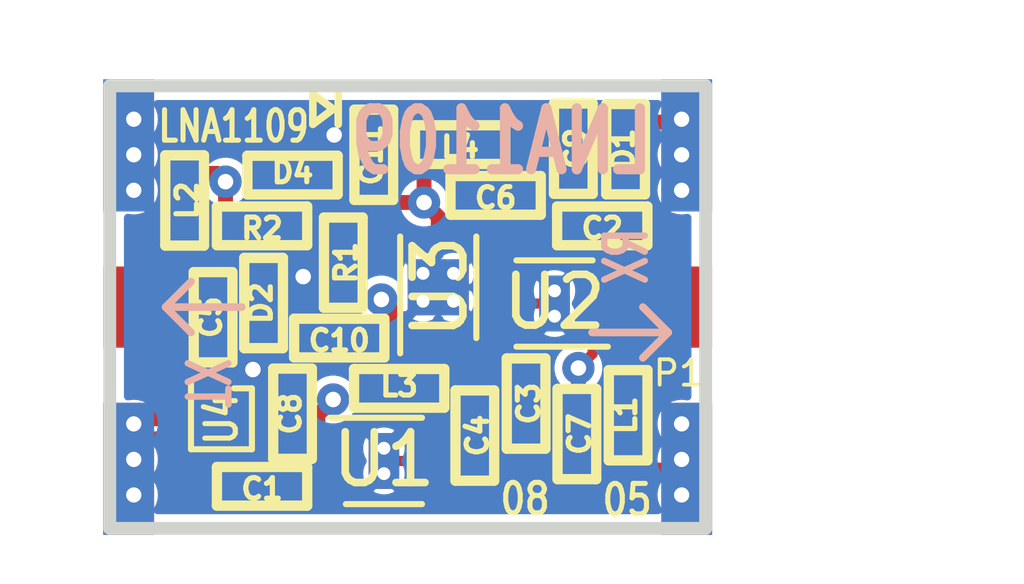
<source format=kicad_pcb>
(kicad_pcb (version 20171130) (host pcbnew 5.1.6)

  (general
    (thickness 0.8)
    (drawings 22)
    (tracks 137)
    (zones 0)
    (modules 25)
    (nets 18)
  )

  (page A4)
  (title_block
    (title LNA1109)
    (date 2020-08-05)
    (company "Copyright (c) 2014-2020 Great Scott Gadgets <info@greatscottgadgets.com>")
    (comment 1 "Licensed under the CERN-OHL-P v2")
  )

  (layers
    (0 F.Cu signal)
    (1 In1.Cu signal)
    (2 In2.Cu signal)
    (31 B.Cu signal)
    (32 B.Adhes user)
    (33 F.Adhes user)
    (34 B.Paste user)
    (35 F.Paste user)
    (36 B.SilkS user)
    (37 F.SilkS user)
    (38 B.Mask user)
    (39 F.Mask user)
    (40 Dwgs.User user)
    (41 Cmts.User user)
    (42 Eco1.User user)
    (43 Eco2.User user)
    (44 Edge.Cuts user)
    (45 Margin user)
    (46 B.CrtYd user)
    (47 F.CrtYd user)
    (48 B.Fab user)
    (49 F.Fab user)
  )

  (setup
    (last_trace_width 0.29337)
    (user_trace_width 0.2)
    (user_trace_width 0.25)
    (trace_clearance 0.127)
    (zone_clearance 0.1524)
    (zone_45_only yes)
    (trace_min 0.1524)
    (via_size 0.635)
    (via_drill 0.3048)
    (via_min_size 0.4572)
    (via_min_drill 0.254)
    (user_via 0.508 0.254)
    (uvia_size 0.508)
    (uvia_drill 0.127)
    (uvias_allowed no)
    (uvia_min_size 0.4572)
    (uvia_min_drill 0.127)
    (edge_width 0.1)
    (segment_width 0.2)
    (pcb_text_width 0.3)
    (pcb_text_size 1.5 1.5)
    (mod_edge_width 0.15)
    (mod_text_size 1 1)
    (mod_text_width 0.15)
    (pad_size 4.064 1.524)
    (pad_drill 0)
    (pad_to_mask_clearance 0.0508)
    (pad_to_paste_clearance_ratio -0.02)
    (aux_axis_origin 0 0)
    (visible_elements FFF9FFFF)
    (pcbplotparams
      (layerselection 0x010f8_ffffffff)
      (usegerberextensions true)
      (usegerberattributes false)
      (usegerberadvancedattributes false)
      (creategerberjobfile false)
      (excludeedgelayer true)
      (linewidth 0.150000)
      (plotframeref false)
      (viasonmask false)
      (mode 1)
      (useauxorigin false)
      (hpglpennumber 1)
      (hpglpenspeed 20)
      (hpglpendiameter 15.000000)
      (psnegative false)
      (psa4output false)
      (plotreference false)
      (plotvalue false)
      (plotinvisibletext false)
      (padsonsilk false)
      (subtractmaskfromsilk false)
      (outputformat 1)
      (mirror false)
      (drillshape 0)
      (scaleselection 1)
      (outputdirectory "gerbers"))
  )

  (net 0 "")
  (net 1 GND)
  (net 2 VCC)
  (net 3 "Net-(C1-Pad1)")
  (net 4 "Net-(C1-Pad2)")
  (net 5 "Net-(C2-Pad1)")
  (net 6 "Net-(C2-Pad2)")
  (net 7 "Net-(C5-Pad1)")
  (net 8 "Net-(C5-Pad2)")
  (net 9 "Net-(C10-Pad2)")
  (net 10 "Net-(D4-Pad2)")
  (net 11 "Net-(C6-Pad1)")
  (net 12 "Net-(C6-Pad2)")
  (net 13 "Net-(R1-Pad2)")
  (net 14 "Net-(C3-Pad1)")
  (net 15 "Net-(C3-Pad2)")
  (net 16 "Net-(C4-Pad1)")
  (net 17 "Net-(C4-Pad2)")

  (net_class Default "This is the default net class."
    (clearance 0.127)
    (trace_width 0.29337)
    (via_dia 0.635)
    (via_drill 0.3048)
    (uvia_dia 0.508)
    (uvia_drill 0.127)
    (diff_pair_width 0.2032)
    (diff_pair_gap 0.2032)
    (add_net GND)
    (add_net "Net-(C1-Pad1)")
    (add_net "Net-(C1-Pad2)")
    (add_net "Net-(C10-Pad2)")
    (add_net "Net-(C2-Pad1)")
    (add_net "Net-(C2-Pad2)")
    (add_net "Net-(C3-Pad1)")
    (add_net "Net-(C3-Pad2)")
    (add_net "Net-(C4-Pad1)")
    (add_net "Net-(C4-Pad2)")
    (add_net "Net-(C5-Pad1)")
    (add_net "Net-(C5-Pad2)")
    (add_net "Net-(C6-Pad1)")
    (add_net "Net-(C6-Pad2)")
    (add_net "Net-(D4-Pad2)")
    (add_net "Net-(R1-Pad2)")
    (add_net VCC)
  )

  (module gsg-modules:0402 (layer F.Cu) (tedit 5F26E02E) (tstamp 5F28A231)
    (at 134.13 96.88 90)
    (path /5F2886C8)
    (attr smd)
    (fp_text reference C9 (at 0 0.0508 90) (layer F.SilkS)
      (effects (font (size 0.4064 0.4064) (thickness 0.1016)))
    )
    (fp_text value 1pF (at 0 0.0508 90) (layer F.SilkS) hide
      (effects (font (size 0.4064 0.4064) (thickness 0.1016)))
    )
    (fp_line (start -0.94 0.43) (end -0.94 -0.43) (layer F.CrtYd) (width 0.05))
    (fp_line (start 0.94 0.43) (end -0.94 0.43) (layer F.CrtYd) (width 0.05))
    (fp_line (start 0.94 -0.43) (end 0.94 0.43) (layer F.CrtYd) (width 0.05))
    (fp_line (start -0.94 -0.43) (end 0.94 -0.43) (layer F.CrtYd) (width 0.05))
    (fp_line (start 0.889 -0.381) (end 0.889 0.381) (layer F.SilkS) (width 0.2032))
    (fp_line (start 0.889 0.381) (end -0.889 0.381) (layer F.SilkS) (width 0.2032))
    (fp_line (start -0.889 0.381) (end -0.889 -0.381) (layer F.SilkS) (width 0.2032))
    (fp_line (start -0.889 -0.381) (end 0.889 -0.381) (layer F.SilkS) (width 0.2032))
    (pad 1 smd rect (at -0.5334 0 90) (size 0.508 0.5588) (layers F.Cu F.Paste F.Mask)
      (net 5 "Net-(C2-Pad1)"))
    (pad 2 smd rect (at 0.5334 0 90) (size 0.508 0.5588) (layers F.Cu F.Paste F.Mask)
      (net 1 GND))
  )

  (module gsg-modules:SMA-KIT-1.5MF (layer F.Cu) (tedit 5F26EE20) (tstamp 5F278E99)
    (at 136.863 100 180)
    (path /5EF2B48D)
    (attr virtual)
    (fp_text reference P1 (at 0.663 -1.3) (layer F.SilkS)
      (effects (font (size 0.5 0.5) (thickness 0.075)))
    )
    (fp_text value SMA-KIT-1.5MF (at 0 5.2) (layer F.Fab)
      (effects (font (size 1 1) (thickness 0.15)))
    )
    (fp_text user %R (at 0.663 -1.3) (layer F.Fab)
      (effects (font (size 0.5 0.5) (thickness 0.075)))
    )
    (pad 4 smd rect (at 11.49 3.185) (size 1 2.6) (layers B.Cu B.Mask)
      (net 1 GND))
    (pad 4 thru_hole circle (at 11.39 3.7) (size 0.64 0.64) (drill 0.3) (layers *.Cu *.Mask)
      (net 1 GND))
    (pad 4 smd rect (at 11.49 -3.185) (size 1 2.6) (layers F.Cu F.Mask)
      (net 1 GND))
    (pad 4 thru_hole circle (at 11.39 -3) (size 0.64 0.64) (drill 0.3) (layers *.Cu *.Mask)
      (net 1 GND))
    (pad 4 thru_hole circle (at 11.39 2.3) (size 0.64 0.64) (drill 0.3) (layers *.Cu *.Mask)
      (net 1 GND))
    (pad 4 thru_hole circle (at 11.39 -2.3) (size 0.64 0.64) (drill 0.3) (layers *.Cu *.Mask)
      (net 1 GND))
    (pad 4 thru_hole circle (at 11.39 3) (size 0.64 0.64) (drill 0.3) (layers *.Cu *.Mask)
      (net 1 GND))
    (pad 4 smd rect (at 11.49 3.185) (size 1 2.6) (layers F.Cu F.Mask)
      (net 1 GND))
    (pad 3 smd rect (at 11.24 0) (size 1.5 1.6) (layers F.Cu F.Mask)
      (net 7 "Net-(C5-Pad1)"))
    (pad 4 smd rect (at 11.49 -3.185) (size 1 2.6) (layers B.Cu B.Mask)
      (net 1 GND))
    (pad 4 thru_hole circle (at 11.39 -3.7) (size 0.64 0.64) (drill 0.3) (layers *.Cu *.Mask)
      (net 1 GND))
    (pad 2 thru_hole circle (at 0.6 3.7 180) (size 0.64 0.64) (drill 0.3) (layers *.Cu *.Mask)
      (net 1 GND))
    (pad 2 thru_hole circle (at 0.6 3 180) (size 0.64 0.64) (drill 0.3) (layers *.Cu *.Mask)
      (net 1 GND))
    (pad 2 thru_hole circle (at 0.6 2.3 180) (size 0.64 0.64) (drill 0.3) (layers *.Cu *.Mask)
      (net 1 GND))
    (pad 2 thru_hole circle (at 0.6 -3.7 180) (size 0.64 0.64) (drill 0.3) (layers *.Cu *.Mask)
      (net 1 GND))
    (pad 2 thru_hole circle (at 0.6 -3 180) (size 0.64 0.64) (drill 0.3) (layers *.Cu *.Mask)
      (net 1 GND))
    (pad 2 thru_hole circle (at 0.6 -2.3 180) (size 0.64 0.64) (drill 0.3) (layers *.Cu *.Mask)
      (net 1 GND))
    (pad 1 smd rect (at 0.75 0 180) (size 1.5 1.6) (layers F.Cu F.Mask)
      (net 6 "Net-(C2-Pad2)"))
    (pad 2 smd rect (at 0.5 -3.185 180) (size 1 2.6) (layers F.Cu F.Mask)
      (net 1 GND))
    (pad 2 smd rect (at 0.5 3.185 180) (size 1 2.6) (layers B.Cu B.Mask)
      (net 1 GND))
    (pad 2 smd rect (at 0.5 -3.185 180) (size 1 2.6) (layers B.Cu B.Mask)
      (net 1 GND))
    (pad 2 smd rect (at 0.5 3.185 180) (size 1 2.6) (layers F.Cu F.Mask)
      (net 1 GND))
  )

  (module gsg-modules:GRF6011 (layer F.Cu) (tedit 5F279363) (tstamp 5F278692)
    (at 133.76 99.93 180)
    (path /5EF6E285)
    (attr smd)
    (fp_text reference U2 (at 0 0.03) (layer F.SilkS)
      (effects (font (size 1 1) (thickness 0.15)))
    )
    (fp_text value SWITCH (at 0 1.6) (layer F.Fab)
      (effects (font (size 1 1) (thickness 0.15)))
    )
    (fp_line (start -0.75 -0.35) (end -0.75 0.75) (layer F.Fab) (width 0.1))
    (fp_line (start -0.35 -0.75) (end 0.75 -0.75) (layer F.Fab) (width 0.1))
    (fp_line (start -0.75 -0.35) (end -0.35 -0.75) (layer F.Fab) (width 0.1))
    (fp_line (start 0.75 -0.85) (end -1.05 -0.85) (layer F.SilkS) (width 0.12))
    (fp_line (start 0.75 0.85) (end -0.75 0.85) (layer F.SilkS) (width 0.12))
    (fp_line (start 0.75 0.75) (end -0.75 0.75) (layer F.Fab) (width 0.1))
    (fp_line (start 0.75 -0.75) (end 0.75 0.75) (layer F.Fab) (width 0.1))
    (fp_line (start -1.1 -0.9) (end 1.1 -0.9) (layer F.CrtYd) (width 0.05))
    (fp_line (start 1.1 -0.9) (end 1.1 0.9) (layer F.CrtYd) (width 0.05))
    (fp_line (start 1.1 0.9) (end -1.1 0.9) (layer F.CrtYd) (width 0.05))
    (fp_line (start -1.1 0.9) (end -1.1 -0.9) (layer F.CrtYd) (width 0.05))
    (fp_text user %R (at 0 0) (layer F.Fab)
      (effects (font (size 0.5 0.3) (thickness 0.075)))
    )
    (pad 7 smd rect (at 0 0 180) (size 0.6 0.3) (layers F.Cu F.Paste)
      (net 1 GND))
    (pad 7 smd rect (at 0 0.45 180) (size 0.6 0.2) (layers F.Cu F.Paste)
      (net 1 GND))
    (pad 7 smd rect (at 0 -0.45 180) (size 0.6 0.2) (layers F.Cu F.Paste)
      (net 1 GND))
    (pad 7 smd rect (at 0 0 180) (size 0.6 1.1) (layers B.Cu)
      (net 1 GND))
    (pad 7 thru_hole circle (at 0 0.25 180) (size 0.508 0.508) (drill 0.254) (layers *.Cu *.Mask)
      (net 1 GND))
    (pad 7 thru_hole circle (at 0 -0.25 180) (size 0.508 0.508) (drill 0.254) (layers *.Cu *.Mask)
      (net 1 GND))
    (pad 7 smd rect (at 0 0 180) (size 0.6 1.1) (layers F.Cu F.Mask)
      (net 1 GND))
    (pad 6 smd rect (at 0.75 -0.5 180) (size 0.4 0.2) (layers F.Cu F.Paste F.Mask)
      (net 15 "Net-(C3-Pad2)"))
    (pad 5 smd rect (at 0.75 0 180) (size 0.4 0.2) (layers F.Cu F.Paste F.Mask)
      (net 1 GND))
    (pad 4 smd rect (at 0.75 0.5 180) (size 0.4 0.2) (layers F.Cu F.Paste F.Mask)
      (net 12 "Net-(C6-Pad2)"))
    (pad 3 smd rect (at -0.75 0.5 180) (size 0.4 0.2) (layers F.Cu F.Paste F.Mask)
      (net 5 "Net-(C2-Pad1)"))
    (pad 2 smd rect (at -0.75 0 180) (size 0.4 0.2) (layers F.Cu F.Paste F.Mask)
      (net 2 VCC))
    (pad 1 smd rect (at -0.75 -0.5 180) (size 0.4 0.2) (layers F.Cu F.Paste F.Mask)
      (net 2 VCC))
  )

  (module gsg-modules:TSLP-7-1 (layer F.Cu) (tedit 5F26DB3A) (tstamp 5F2788A4)
    (at 131.47 99.61)
    (path /52F68792)
    (attr smd)
    (fp_text reference U3 (at 0.03 -0.01 90) (layer F.SilkS)
      (effects (font (size 1 1) (thickness 0.15)))
    )
    (fp_text value LNA (at 0 2) (layer F.Fab)
      (effects (font (size 1 1) (thickness 0.15)))
    )
    (fp_line (start -0.35 1) (end -0.65 0.7) (layer F.Fab) (width 0.1))
    (fp_line (start -0.8 1.25) (end -0.8 -1.25) (layer F.CrtYd) (width 0.05))
    (fp_line (start 0.8 1.25) (end -0.8 1.25) (layer F.CrtYd) (width 0.05))
    (fp_line (start 0.8 -1.25) (end 0.8 1.25) (layer F.CrtYd) (width 0.05))
    (fp_line (start -0.8 -1.25) (end 0.8 -1.25) (layer F.CrtYd) (width 0.05))
    (fp_line (start -0.65 0.7) (end -0.65 -1) (layer F.Fab) (width 0.1))
    (fp_line (start 0.65 1) (end -0.35 1) (layer F.Fab) (width 0.1))
    (fp_line (start 0.65 -1) (end 0.65 1) (layer F.Fab) (width 0.1))
    (fp_line (start -0.65 -1) (end 0.65 -1) (layer F.Fab) (width 0.1))
    (fp_line (start 0.75 -1) (end 0.75 1) (layer F.SilkS) (width 0.12))
    (fp_line (start -0.75 -1) (end -0.75 1.3) (layer F.SilkS) (width 0.12))
    (fp_text user %R (at 0 0 90) (layer F.Fab)
      (effects (font (size 0.5 0.5) (thickness 0.075)))
    )
    (pad 7 smd rect (at 0.45 0.4) (size 0.3 0.3) (layers F.Cu F.Paste)
      (net 1 GND))
    (pad 7 smd rect (at 0 0.4) (size 0.3 0.3) (layers F.Cu F.Paste)
      (net 1 GND))
    (pad 7 smd rect (at -0.45 0.4) (size 0.3 0.3) (layers F.Cu F.Paste)
      (net 1 GND))
    (pad 7 smd rect (at -0.45 0) (size 0.3 0.3) (layers F.Cu F.Paste)
      (net 1 GND))
    (pad 7 smd rect (at -0.45 -0.4) (size 0.3 0.3) (layers F.Cu F.Paste)
      (net 1 GND))
    (pad 7 smd rect (at 0 -0.4) (size 0.3 0.3) (layers F.Cu F.Paste)
      (net 1 GND))
    (pad 7 smd rect (at 0.45 -0.4) (size 0.3 0.3) (layers F.Cu F.Paste)
      (net 1 GND))
    (pad 7 smd rect (at 0.45 0) (size 0.3 0.3) (layers F.Cu F.Paste)
      (net 1 GND))
    (pad 7 thru_hole circle (at -0.3 -0.275) (size 0.5 0.5) (drill 0.254) (layers *.Cu *.Mask)
      (net 1 GND))
    (pad 7 thru_hole circle (at -0.3 0.275) (size 0.5 0.5) (drill 0.254) (layers *.Cu *.Mask)
      (net 1 GND))
    (pad 7 thru_hole circle (at 0.3 0.275) (size 0.5 0.5) (drill 0.254) (layers *.Cu *.Mask)
      (net 1 GND))
    (pad 7 thru_hole circle (at 0.3 -0.275) (size 0.5 0.5) (drill 0.254) (layers *.Cu *.Mask)
      (net 1 GND))
    (pad 7 smd rect (at 0 0) (size 1.2 1.1) (layers F.Cu F.Mask)
      (net 1 GND))
    (pad 7 smd rect (at 0 0) (size 0.3 0.3) (layers F.Cu F.Paste)
      (net 1 GND))
    (pad 6 smd rect (at -0.5 -0.925) (size 0.3 0.35) (layers F.Cu F.Paste F.Mask)
      (net 13 "Net-(R1-Pad2)"))
    (pad 5 smd rect (at 0 -0.925) (size 0.3 0.35) (layers F.Cu F.Paste F.Mask)
      (net 2 VCC))
    (pad 4 smd rect (at 0.5 -0.925) (size 0.3 0.35) (layers F.Cu F.Paste F.Mask)
      (net 11 "Net-(C6-Pad1)"))
    (pad 3 smd rect (at 0.5 0.925) (size 0.3 0.35) (layers F.Cu F.Paste F.Mask)
      (net 17 "Net-(C4-Pad2)"))
    (pad 2 smd rect (at 0 0.925) (size 0.3 0.35) (layers F.Cu F.Paste F.Mask)
      (net 9 "Net-(C10-Pad2)"))
    (pad 1 smd rect (at -0.5 0.925) (size 0.3 0.35) (layers F.Cu F.Paste F.Mask)
      (net 2 VCC) (die_length 3.40614))
    (pad 7 smd rect (at 0 0) (size 1.2 1.1) (layers B.Cu)
      (net 1 GND))
  )

  (module gsg-modules:F5Q (layer F.Cu) (tedit 5F26F223) (tstamp 5F278651)
    (at 127.2 102.2 270)
    (path /52F44412)
    (fp_text reference U4 (at 0 0 90) (layer F.SilkS)
      (effects (font (size 0.6 0.5) (thickness 0.1)))
    )
    (fp_text value SAW (at 0 1.35 90) (layer F.Fab)
      (effects (font (size 1 1) (thickness 0.15)))
    )
    (fp_line (start -0.85 -0.7) (end 0.7 -0.7) (layer F.CrtYd) (width 0.05))
    (fp_line (start -0.85 0.7) (end -0.85 -0.7) (layer F.CrtYd) (width 0.05))
    (fp_line (start 0.7 0.7) (end -0.85 0.7) (layer F.CrtYd) (width 0.05))
    (fp_line (start 0.7 -0.7) (end 0.7 0.7) (layer F.CrtYd) (width 0.05))
    (fp_line (start -0.55 0.45) (end -0.55 -0.45) (layer F.Fab) (width 0.1))
    (fp_line (start 0.55 0.45) (end -0.55 0.45) (layer F.Fab) (width 0.1))
    (fp_line (start 0.55 -0.45) (end 0.55 0.45) (layer F.Fab) (width 0.1))
    (fp_line (start -0.55 -0.45) (end 0.55 -0.45) (layer F.Fab) (width 0.1))
    (fp_line (start -0.6 -0.6) (end 0.6 -0.6) (layer F.SilkS) (width 0.12))
    (fp_line (start 0.6 -0.6) (end 0.6 0.6) (layer F.SilkS) (width 0.12))
    (fp_line (start 0.6 0.6) (end -0.7508 0.6) (layer F.SilkS) (width 0.12))
    (fp_line (start -0.6 -0.6) (end -0.6 -0.25) (layer F.SilkS) (width 0.12))
    (fp_text user %R (at 0 0 90) (layer F.Fab)
      (effects (font (size 0.5 0.3) (thickness 0.075)))
    )
    (pad 1 smd rect (at -0.495 0 270) (size 0.4 0.25) (layers F.Cu F.Paste F.Mask)
      (net 8 "Net-(C5-Pad2)") (die_length 3.40614))
    (pad 3 smd rect (at 0.395 0.325 270) (size 0.25 0.4) (layers F.Cu F.Paste F.Mask)
      (net 1 GND) (die_length -1518.485687))
    (pad 4 smd rect (at 0.395 -0.325 270) (size 0.25 0.4) (layers F.Cu F.Paste F.Mask)
      (net 3 "Net-(C1-Pad1)") (die_length -1518.485687))
    (pad 2 smd rect (at 0 0.325 270) (size 0.25 0.4) (layers F.Cu F.Paste F.Mask)
      (net 1 GND) (die_length 3.40614))
    (pad 5 smd rect (at 0 -0.325 270) (size 0.25 0.4) (layers F.Cu F.Paste F.Mask)
      (net 1 GND))
  )

  (module gsg-modules:GRF6011 (layer F.Cu) (tedit 5F279363) (tstamp 5F277FC8)
    (at 130.4 103.03)
    (path /5EF1EE32)
    (attr smd)
    (fp_text reference U1 (at 0 -0.03) (layer F.SilkS)
      (effects (font (size 1 1) (thickness 0.15)))
    )
    (fp_text value SWITCH (at 0 1.6) (layer F.Fab)
      (effects (font (size 1 1) (thickness 0.15)))
    )
    (fp_line (start -0.75 -0.35) (end -0.75 0.75) (layer F.Fab) (width 0.1))
    (fp_line (start -0.35 -0.75) (end 0.75 -0.75) (layer F.Fab) (width 0.1))
    (fp_line (start -0.75 -0.35) (end -0.35 -0.75) (layer F.Fab) (width 0.1))
    (fp_line (start 0.75 -0.85) (end -1.05 -0.85) (layer F.SilkS) (width 0.12))
    (fp_line (start 0.75 0.85) (end -0.75 0.85) (layer F.SilkS) (width 0.12))
    (fp_line (start 0.75 0.75) (end -0.75 0.75) (layer F.Fab) (width 0.1))
    (fp_line (start 0.75 -0.75) (end 0.75 0.75) (layer F.Fab) (width 0.1))
    (fp_line (start -1.1 -0.9) (end 1.1 -0.9) (layer F.CrtYd) (width 0.05))
    (fp_line (start 1.1 -0.9) (end 1.1 0.9) (layer F.CrtYd) (width 0.05))
    (fp_line (start 1.1 0.9) (end -1.1 0.9) (layer F.CrtYd) (width 0.05))
    (fp_line (start -1.1 0.9) (end -1.1 -0.9) (layer F.CrtYd) (width 0.05))
    (fp_text user %R (at 0 0) (layer F.Fab)
      (effects (font (size 0.5 0.3) (thickness 0.075)))
    )
    (pad 7 smd rect (at 0 0) (size 0.6 0.3) (layers F.Cu F.Paste)
      (net 1 GND))
    (pad 7 smd rect (at 0 0.45) (size 0.6 0.2) (layers F.Cu F.Paste)
      (net 1 GND))
    (pad 7 smd rect (at 0 -0.45) (size 0.6 0.2) (layers F.Cu F.Paste)
      (net 1 GND))
    (pad 7 smd rect (at 0 0) (size 0.6 1.1) (layers B.Cu)
      (net 1 GND))
    (pad 7 thru_hole circle (at 0 0.25) (size 0.508 0.508) (drill 0.254) (layers *.Cu *.Mask)
      (net 1 GND))
    (pad 7 thru_hole circle (at 0 -0.25) (size 0.508 0.508) (drill 0.254) (layers *.Cu *.Mask)
      (net 1 GND))
    (pad 7 smd rect (at 0 0) (size 0.6 1.1) (layers F.Cu F.Mask)
      (net 1 GND))
    (pad 6 smd rect (at 0.75 -0.5) (size 0.4 0.2) (layers F.Cu F.Paste F.Mask)
      (net 14 "Net-(C3-Pad1)"))
    (pad 5 smd rect (at 0.75 0) (size 0.4 0.2) (layers F.Cu F.Paste F.Mask)
      (net 1 GND))
    (pad 4 smd rect (at 0.75 0.5) (size 0.4 0.2) (layers F.Cu F.Paste F.Mask)
      (net 16 "Net-(C4-Pad1)"))
    (pad 3 smd rect (at -0.75 0.5) (size 0.4 0.2) (layers F.Cu F.Paste F.Mask)
      (net 4 "Net-(C1-Pad2)"))
    (pad 2 smd rect (at -0.75 0) (size 0.4 0.2) (layers F.Cu F.Paste F.Mask)
      (net 2 VCC))
    (pad 1 smd rect (at -0.75 -0.5) (size 0.4 0.2) (layers F.Cu F.Paste F.Mask)
      (net 2 VCC))
  )

  (module gsg-modules:0402 (layer F.Cu) (tedit 5F26E02E) (tstamp 5EF09A23)
    (at 128 98.4)
    (path /52F68CBB)
    (attr smd)
    (fp_text reference R2 (at 0 0.0508) (layer F.SilkS)
      (effects (font (size 0.4064 0.4064) (thickness 0.1016)))
    )
    (fp_text value 470 (at 0 0.0508) (layer F.SilkS) hide
      (effects (font (size 0.4064 0.4064) (thickness 0.1016)))
    )
    (fp_line (start -0.94 0.43) (end -0.94 -0.43) (layer F.CrtYd) (width 0.05))
    (fp_line (start 0.94 0.43) (end -0.94 0.43) (layer F.CrtYd) (width 0.05))
    (fp_line (start 0.94 -0.43) (end 0.94 0.43) (layer F.CrtYd) (width 0.05))
    (fp_line (start -0.94 -0.43) (end 0.94 -0.43) (layer F.CrtYd) (width 0.05))
    (fp_line (start 0.889 -0.381) (end 0.889 0.381) (layer F.SilkS) (width 0.2032))
    (fp_line (start 0.889 0.381) (end -0.889 0.381) (layer F.SilkS) (width 0.2032))
    (fp_line (start -0.889 0.381) (end -0.889 -0.381) (layer F.SilkS) (width 0.2032))
    (fp_line (start -0.889 -0.381) (end 0.889 -0.381) (layer F.SilkS) (width 0.2032))
    (pad 1 smd rect (at -0.5334 0) (size 0.508 0.5588) (layers F.Cu F.Paste F.Mask)
      (net 2 VCC))
    (pad 2 smd rect (at 0.5334 0) (size 0.508 0.5588) (layers F.Cu F.Paste F.Mask)
      (net 10 "Net-(D4-Pad2)"))
  )

  (module gsg-modules:0402 (layer F.Cu) (tedit 5F26E02E) (tstamp 5EF0949D)
    (at 129.6 99.125 90)
    (path /52F68800)
    (attr smd)
    (fp_text reference R1 (at 0 0.0508 90) (layer F.SilkS)
      (effects (font (size 0.4064 0.4064) (thickness 0.1016)))
    )
    (fp_text value 3k (at 0 0.0508 90) (layer F.SilkS) hide
      (effects (font (size 0.4064 0.4064) (thickness 0.1016)))
    )
    (fp_line (start -0.94 0.43) (end -0.94 -0.43) (layer F.CrtYd) (width 0.05))
    (fp_line (start 0.94 0.43) (end -0.94 0.43) (layer F.CrtYd) (width 0.05))
    (fp_line (start 0.94 -0.43) (end 0.94 0.43) (layer F.CrtYd) (width 0.05))
    (fp_line (start -0.94 -0.43) (end 0.94 -0.43) (layer F.CrtYd) (width 0.05))
    (fp_line (start 0.889 -0.381) (end 0.889 0.381) (layer F.SilkS) (width 0.2032))
    (fp_line (start 0.889 0.381) (end -0.889 0.381) (layer F.SilkS) (width 0.2032))
    (fp_line (start -0.889 0.381) (end -0.889 -0.381) (layer F.SilkS) (width 0.2032))
    (fp_line (start -0.889 -0.381) (end 0.889 -0.381) (layer F.SilkS) (width 0.2032))
    (pad 1 smd rect (at -0.5334 0 90) (size 0.508 0.5588) (layers F.Cu F.Paste F.Mask)
      (net 2 VCC))
    (pad 2 smd rect (at 0.5334 0 90) (size 0.508 0.5588) (layers F.Cu F.Paste F.Mask)
      (net 13 "Net-(R1-Pad2)"))
  )

  (module gsg-modules:0402 (layer F.Cu) (tedit 5F26E02E) (tstamp 5F282B4A)
    (at 131.9 96.8)
    (path /52F688CD)
    (attr smd)
    (fp_text reference L4 (at 0 0.0508) (layer F.SilkS)
      (effects (font (size 0.4064 0.4064) (thickness 0.1016)))
    )
    (fp_text value 100nH (at 0 0.0508) (layer F.SilkS) hide
      (effects (font (size 0.4064 0.4064) (thickness 0.1016)))
    )
    (fp_line (start -0.94 0.43) (end -0.94 -0.43) (layer F.CrtYd) (width 0.05))
    (fp_line (start 0.94 0.43) (end -0.94 0.43) (layer F.CrtYd) (width 0.05))
    (fp_line (start 0.94 -0.43) (end 0.94 0.43) (layer F.CrtYd) (width 0.05))
    (fp_line (start -0.94 -0.43) (end 0.94 -0.43) (layer F.CrtYd) (width 0.05))
    (fp_line (start 0.889 -0.381) (end 0.889 0.381) (layer F.SilkS) (width 0.2032))
    (fp_line (start 0.889 0.381) (end -0.889 0.381) (layer F.SilkS) (width 0.2032))
    (fp_line (start -0.889 0.381) (end -0.889 -0.381) (layer F.SilkS) (width 0.2032))
    (fp_line (start -0.889 -0.381) (end 0.889 -0.381) (layer F.SilkS) (width 0.2032))
    (pad 1 smd rect (at -0.5334 0) (size 0.508 0.5588) (layers F.Cu F.Paste F.Mask)
      (net 2 VCC))
    (pad 2 smd rect (at 0.5334 0) (size 0.508 0.5588) (layers F.Cu F.Paste F.Mask)
      (net 11 "Net-(C6-Pad1)"))
  )

  (module gsg-modules:0402 (layer F.Cu) (tedit 5F26E02E) (tstamp 5F273959)
    (at 130.7 101.6 180)
    (path /52F68C24)
    (attr smd)
    (fp_text reference L3 (at 0 0.0508) (layer F.SilkS)
      (effects (font (size 0.4064 0.4064) (thickness 0.1016)))
    )
    (fp_text value 100nH (at 0 0.0508) (layer F.SilkS) hide
      (effects (font (size 0.4064 0.4064) (thickness 0.1016)))
    )
    (fp_line (start -0.94 0.43) (end -0.94 -0.43) (layer F.CrtYd) (width 0.05))
    (fp_line (start 0.94 0.43) (end -0.94 0.43) (layer F.CrtYd) (width 0.05))
    (fp_line (start 0.94 -0.43) (end 0.94 0.43) (layer F.CrtYd) (width 0.05))
    (fp_line (start -0.94 -0.43) (end 0.94 -0.43) (layer F.CrtYd) (width 0.05))
    (fp_line (start 0.889 -0.381) (end 0.889 0.381) (layer F.SilkS) (width 0.2032))
    (fp_line (start 0.889 0.381) (end -0.889 0.381) (layer F.SilkS) (width 0.2032))
    (fp_line (start -0.889 0.381) (end -0.889 -0.381) (layer F.SilkS) (width 0.2032))
    (fp_line (start -0.889 -0.381) (end 0.889 -0.381) (layer F.SilkS) (width 0.2032))
    (pad 1 smd rect (at -0.5334 0 180) (size 0.508 0.5588) (layers F.Cu F.Paste F.Mask)
      (net 17 "Net-(C4-Pad2)"))
    (pad 2 smd rect (at 0.5334 0 180) (size 0.508 0.5588) (layers F.Cu F.Paste F.Mask)
      (net 9 "Net-(C10-Pad2)"))
  )

  (module gsg-modules:0402 (layer F.Cu) (tedit 5F26E02E) (tstamp 5EF08061)
    (at 126.475 97.9 90)
    (path /5F219001)
    (attr smd)
    (fp_text reference L2 (at 0 0.0508 90) (layer F.SilkS)
      (effects (font (size 0.4064 0.4064) (thickness 0.1016)))
    )
    (fp_text value 100nH (at 0 0.0508 90) (layer F.SilkS) hide
      (effects (font (size 0.4064 0.4064) (thickness 0.1016)))
    )
    (fp_line (start -0.94 0.43) (end -0.94 -0.43) (layer F.CrtYd) (width 0.05))
    (fp_line (start 0.94 0.43) (end -0.94 0.43) (layer F.CrtYd) (width 0.05))
    (fp_line (start 0.94 -0.43) (end 0.94 0.43) (layer F.CrtYd) (width 0.05))
    (fp_line (start -0.94 -0.43) (end 0.94 -0.43) (layer F.CrtYd) (width 0.05))
    (fp_line (start 0.889 -0.381) (end 0.889 0.381) (layer F.SilkS) (width 0.2032))
    (fp_line (start 0.889 0.381) (end -0.889 0.381) (layer F.SilkS) (width 0.2032))
    (fp_line (start -0.889 0.381) (end -0.889 -0.381) (layer F.SilkS) (width 0.2032))
    (fp_line (start -0.889 -0.381) (end 0.889 -0.381) (layer F.SilkS) (width 0.2032))
    (pad 1 smd rect (at -0.5334 0 90) (size 0.508 0.5588) (layers F.Cu F.Paste F.Mask)
      (net 7 "Net-(C5-Pad1)"))
    (pad 2 smd rect (at 0.5334 0 90) (size 0.508 0.5588) (layers F.Cu F.Paste F.Mask)
      (net 2 VCC))
  )

  (module gsg-modules:0402 (layer F.Cu) (tedit 5F26E02E) (tstamp 5F282AE1)
    (at 135.21 102.13 270)
    (path /52F68C64)
    (attr smd)
    (fp_text reference L1 (at 0 0.0508 90) (layer F.SilkS)
      (effects (font (size 0.4064 0.4064) (thickness 0.1016)))
    )
    (fp_text value 100nH (at 0 0.0508 90) (layer F.SilkS) hide
      (effects (font (size 0.4064 0.4064) (thickness 0.1016)))
    )
    (fp_line (start -0.94 0.43) (end -0.94 -0.43) (layer F.CrtYd) (width 0.05))
    (fp_line (start 0.94 0.43) (end -0.94 0.43) (layer F.CrtYd) (width 0.05))
    (fp_line (start 0.94 -0.43) (end 0.94 0.43) (layer F.CrtYd) (width 0.05))
    (fp_line (start -0.94 -0.43) (end 0.94 -0.43) (layer F.CrtYd) (width 0.05))
    (fp_line (start 0.889 -0.381) (end 0.889 0.381) (layer F.SilkS) (width 0.2032))
    (fp_line (start 0.889 0.381) (end -0.889 0.381) (layer F.SilkS) (width 0.2032))
    (fp_line (start -0.889 0.381) (end -0.889 -0.381) (layer F.SilkS) (width 0.2032))
    (fp_line (start -0.889 -0.381) (end 0.889 -0.381) (layer F.SilkS) (width 0.2032))
    (pad 1 smd rect (at -0.5334 0 270) (size 0.508 0.5588) (layers F.Cu F.Paste F.Mask)
      (net 6 "Net-(C2-Pad2)"))
    (pad 2 smd rect (at 0.5334 0 270) (size 0.508 0.5588) (layers F.Cu F.Paste F.Mask)
      (net 2 VCC))
  )

  (module gsg-modules:0402 (layer F.Cu) (tedit 5F26E02E) (tstamp 52F6BFEC)
    (at 128.6 97.4 180)
    (path /52F51772)
    (attr smd)
    (fp_text reference D4 (at 0 0.0508) (layer F.SilkS)
      (effects (font (size 0.4064 0.4064) (thickness 0.1016)))
    )
    (fp_text value LNALED (at 0 0.0508) (layer F.SilkS) hide
      (effects (font (size 0.4064 0.4064) (thickness 0.1016)))
    )
    (fp_line (start -0.94 0.43) (end -0.94 -0.43) (layer F.CrtYd) (width 0.05))
    (fp_line (start 0.94 0.43) (end -0.94 0.43) (layer F.CrtYd) (width 0.05))
    (fp_line (start 0.94 -0.43) (end 0.94 0.43) (layer F.CrtYd) (width 0.05))
    (fp_line (start -0.94 -0.43) (end 0.94 -0.43) (layer F.CrtYd) (width 0.05))
    (fp_line (start 0.889 -0.381) (end 0.889 0.381) (layer F.SilkS) (width 0.2032))
    (fp_line (start 0.889 0.381) (end -0.889 0.381) (layer F.SilkS) (width 0.2032))
    (fp_line (start -0.889 0.381) (end -0.889 -0.381) (layer F.SilkS) (width 0.2032))
    (fp_line (start -0.889 -0.381) (end 0.889 -0.381) (layer F.SilkS) (width 0.2032))
    (pad 1 smd rect (at -0.5334 0 180) (size 0.508 0.5588) (layers F.Cu F.Paste F.Mask)
      (net 1 GND))
    (pad 2 smd rect (at 0.5334 0 180) (size 0.508 0.5588) (layers F.Cu F.Paste F.Mask)
      (net 10 "Net-(D4-Pad2)"))
  )

  (module gsg-modules:0402 (layer F.Cu) (tedit 5F26E02E) (tstamp 5EF02082)
    (at 128.03 99.92 270)
    (path /52F69FCE)
    (attr smd)
    (fp_text reference D2 (at 0 0.0508 90) (layer F.SilkS)
      (effects (font (size 0.4064 0.4064) (thickness 0.1016)))
    )
    (fp_text value D_TVS (at 0 0.0508 90) (layer F.SilkS) hide
      (effects (font (size 0.4064 0.4064) (thickness 0.1016)))
    )
    (fp_line (start -0.94 0.43) (end -0.94 -0.43) (layer F.CrtYd) (width 0.05))
    (fp_line (start 0.94 0.43) (end -0.94 0.43) (layer F.CrtYd) (width 0.05))
    (fp_line (start 0.94 -0.43) (end 0.94 0.43) (layer F.CrtYd) (width 0.05))
    (fp_line (start -0.94 -0.43) (end 0.94 -0.43) (layer F.CrtYd) (width 0.05))
    (fp_line (start 0.889 -0.381) (end 0.889 0.381) (layer F.SilkS) (width 0.2032))
    (fp_line (start 0.889 0.381) (end -0.889 0.381) (layer F.SilkS) (width 0.2032))
    (fp_line (start -0.889 0.381) (end -0.889 -0.381) (layer F.SilkS) (width 0.2032))
    (fp_line (start -0.889 -0.381) (end 0.889 -0.381) (layer F.SilkS) (width 0.2032))
    (pad 1 smd rect (at -0.5334 0 270) (size 0.508 0.5588) (layers F.Cu F.Paste F.Mask)
      (net 1 GND))
    (pad 2 smd rect (at 0.5334 0 270) (size 0.508 0.5588) (layers F.Cu F.Paste F.Mask)
      (net 8 "Net-(C5-Pad2)"))
  )

  (module gsg-modules:0402 (layer F.Cu) (tedit 5F26E02E) (tstamp 5F26AD58)
    (at 135.16 96.89 270)
    (path /52F44107)
    (attr smd)
    (fp_text reference D1 (at 0 0.0508 90) (layer F.SilkS)
      (effects (font (size 0.4064 0.4064) (thickness 0.1016)))
    )
    (fp_text value D_TVS (at 0 0.0508 90) (layer F.SilkS) hide
      (effects (font (size 0.4064 0.4064) (thickness 0.1016)))
    )
    (fp_line (start -0.94 0.43) (end -0.94 -0.43) (layer F.CrtYd) (width 0.05))
    (fp_line (start 0.94 0.43) (end -0.94 0.43) (layer F.CrtYd) (width 0.05))
    (fp_line (start 0.94 -0.43) (end 0.94 0.43) (layer F.CrtYd) (width 0.05))
    (fp_line (start -0.94 -0.43) (end 0.94 -0.43) (layer F.CrtYd) (width 0.05))
    (fp_line (start 0.889 -0.381) (end 0.889 0.381) (layer F.SilkS) (width 0.2032))
    (fp_line (start 0.889 0.381) (end -0.889 0.381) (layer F.SilkS) (width 0.2032))
    (fp_line (start -0.889 0.381) (end -0.889 -0.381) (layer F.SilkS) (width 0.2032))
    (fp_line (start -0.889 -0.381) (end 0.889 -0.381) (layer F.SilkS) (width 0.2032))
    (pad 1 smd rect (at -0.5334 0 270) (size 0.508 0.5588) (layers F.Cu F.Paste F.Mask)
      (net 1 GND))
    (pad 2 smd rect (at 0.5334 0 270) (size 0.508 0.5588) (layers F.Cu F.Paste F.Mask)
      (net 6 "Net-(C2-Pad2)"))
  )

  (module gsg-modules:0402 (layer F.Cu) (tedit 5F26E02E) (tstamp 5EF09436)
    (at 130.2 97 270)
    (path /52F69F2A)
    (attr smd)
    (fp_text reference C11 (at 0 0.0508 90) (layer F.SilkS)
      (effects (font (size 0.4064 0.4064) (thickness 0.1016)))
    )
    (fp_text value 1uF (at 0 0.0508 90) (layer F.SilkS) hide
      (effects (font (size 0.4064 0.4064) (thickness 0.1016)))
    )
    (fp_line (start -0.94 0.43) (end -0.94 -0.43) (layer F.CrtYd) (width 0.05))
    (fp_line (start 0.94 0.43) (end -0.94 0.43) (layer F.CrtYd) (width 0.05))
    (fp_line (start 0.94 -0.43) (end 0.94 0.43) (layer F.CrtYd) (width 0.05))
    (fp_line (start -0.94 -0.43) (end 0.94 -0.43) (layer F.CrtYd) (width 0.05))
    (fp_line (start 0.889 -0.381) (end 0.889 0.381) (layer F.SilkS) (width 0.2032))
    (fp_line (start 0.889 0.381) (end -0.889 0.381) (layer F.SilkS) (width 0.2032))
    (fp_line (start -0.889 0.381) (end -0.889 -0.381) (layer F.SilkS) (width 0.2032))
    (fp_line (start -0.889 -0.381) (end 0.889 -0.381) (layer F.SilkS) (width 0.2032))
    (pad 1 smd rect (at -0.5334 0 270) (size 0.508 0.5588) (layers F.Cu F.Paste F.Mask)
      (net 1 GND))
    (pad 2 smd rect (at 0.5334 0 270) (size 0.508 0.5588) (layers F.Cu F.Paste F.Mask)
      (net 2 VCC))
  )

  (module gsg-modules:0402 (layer F.Cu) (tedit 5F26E02E) (tstamp 5EF08940)
    (at 129.52 100.61)
    (path /52F68A00)
    (attr smd)
    (fp_text reference C10 (at 0 0.0508) (layer F.SilkS)
      (effects (font (size 0.4064 0.4064) (thickness 0.1016)))
    )
    (fp_text value 1uF (at 0 0.0508) (layer F.SilkS) hide
      (effects (font (size 0.4064 0.4064) (thickness 0.1016)))
    )
    (fp_line (start -0.94 0.43) (end -0.94 -0.43) (layer F.CrtYd) (width 0.05))
    (fp_line (start 0.94 0.43) (end -0.94 0.43) (layer F.CrtYd) (width 0.05))
    (fp_line (start 0.94 -0.43) (end 0.94 0.43) (layer F.CrtYd) (width 0.05))
    (fp_line (start -0.94 -0.43) (end 0.94 -0.43) (layer F.CrtYd) (width 0.05))
    (fp_line (start 0.889 -0.381) (end 0.889 0.381) (layer F.SilkS) (width 0.2032))
    (fp_line (start 0.889 0.381) (end -0.889 0.381) (layer F.SilkS) (width 0.2032))
    (fp_line (start -0.889 0.381) (end -0.889 -0.381) (layer F.SilkS) (width 0.2032))
    (fp_line (start -0.889 -0.381) (end 0.889 -0.381) (layer F.SilkS) (width 0.2032))
    (pad 1 smd rect (at -0.5334 0) (size 0.508 0.5588) (layers F.Cu F.Paste F.Mask)
      (net 1 GND))
    (pad 2 smd rect (at 0.5334 0) (size 0.508 0.5588) (layers F.Cu F.Paste F.Mask)
      (net 9 "Net-(C10-Pad2)"))
  )

  (module gsg-modules:0402 (layer F.Cu) (tedit 5F26E02E) (tstamp 5EF090B0)
    (at 132.6 97.8)
    (path /52F69EBA)
    (attr smd)
    (fp_text reference C6 (at 0 0.0508) (layer F.SilkS)
      (effects (font (size 0.4064 0.4064) (thickness 0.1016)))
    )
    (fp_text value 47pF (at 0 0.0508) (layer F.SilkS) hide
      (effects (font (size 0.4064 0.4064) (thickness 0.1016)))
    )
    (fp_line (start -0.94 0.43) (end -0.94 -0.43) (layer F.CrtYd) (width 0.05))
    (fp_line (start 0.94 0.43) (end -0.94 0.43) (layer F.CrtYd) (width 0.05))
    (fp_line (start 0.94 -0.43) (end 0.94 0.43) (layer F.CrtYd) (width 0.05))
    (fp_line (start -0.94 -0.43) (end 0.94 -0.43) (layer F.CrtYd) (width 0.05))
    (fp_line (start 0.889 -0.381) (end 0.889 0.381) (layer F.SilkS) (width 0.2032))
    (fp_line (start 0.889 0.381) (end -0.889 0.381) (layer F.SilkS) (width 0.2032))
    (fp_line (start -0.889 0.381) (end -0.889 -0.381) (layer F.SilkS) (width 0.2032))
    (fp_line (start -0.889 -0.381) (end 0.889 -0.381) (layer F.SilkS) (width 0.2032))
    (pad 1 smd rect (at -0.5334 0) (size 0.508 0.5588) (layers F.Cu F.Paste F.Mask)
      (net 11 "Net-(C6-Pad1)"))
    (pad 2 smd rect (at 0.5334 0) (size 0.508 0.5588) (layers F.Cu F.Paste F.Mask)
      (net 12 "Net-(C6-Pad2)"))
  )

  (module gsg-modules:0402 (layer F.Cu) (tedit 5F26E02E) (tstamp 5F26B936)
    (at 132.19 102.53 90)
    (path /52F69EB1)
    (attr smd)
    (fp_text reference C4 (at 0 0.0508 90) (layer F.SilkS)
      (effects (font (size 0.4064 0.4064) (thickness 0.1016)))
    )
    (fp_text value 47pF (at 0 0.0508 90) (layer F.SilkS) hide
      (effects (font (size 0.4064 0.4064) (thickness 0.1016)))
    )
    (fp_line (start -0.94 0.43) (end -0.94 -0.43) (layer F.CrtYd) (width 0.05))
    (fp_line (start 0.94 0.43) (end -0.94 0.43) (layer F.CrtYd) (width 0.05))
    (fp_line (start 0.94 -0.43) (end 0.94 0.43) (layer F.CrtYd) (width 0.05))
    (fp_line (start -0.94 -0.43) (end 0.94 -0.43) (layer F.CrtYd) (width 0.05))
    (fp_line (start 0.889 -0.381) (end 0.889 0.381) (layer F.SilkS) (width 0.2032))
    (fp_line (start 0.889 0.381) (end -0.889 0.381) (layer F.SilkS) (width 0.2032))
    (fp_line (start -0.889 0.381) (end -0.889 -0.381) (layer F.SilkS) (width 0.2032))
    (fp_line (start -0.889 -0.381) (end 0.889 -0.381) (layer F.SilkS) (width 0.2032))
    (pad 1 smd rect (at -0.5334 0 90) (size 0.508 0.5588) (layers F.Cu F.Paste F.Mask)
      (net 16 "Net-(C4-Pad1)"))
    (pad 2 smd rect (at 0.5334 0 90) (size 0.508 0.5588) (layers F.Cu F.Paste F.Mask)
      (net 17 "Net-(C4-Pad2)"))
  )

  (module gsg-modules:0402 (layer F.Cu) (tedit 5F26E02E) (tstamp 5F26B83A)
    (at 133.2 101.9 90)
    (path /52F69E98)
    (attr smd)
    (fp_text reference C3 (at 0 0.0508 90) (layer F.SilkS)
      (effects (font (size 0.4064 0.4064) (thickness 0.1016)))
    )
    (fp_text value 47pF (at 0 0.0508 90) (layer F.SilkS) hide
      (effects (font (size 0.4064 0.4064) (thickness 0.1016)))
    )
    (fp_line (start -0.94 0.43) (end -0.94 -0.43) (layer F.CrtYd) (width 0.05))
    (fp_line (start 0.94 0.43) (end -0.94 0.43) (layer F.CrtYd) (width 0.05))
    (fp_line (start 0.94 -0.43) (end 0.94 0.43) (layer F.CrtYd) (width 0.05))
    (fp_line (start -0.94 -0.43) (end 0.94 -0.43) (layer F.CrtYd) (width 0.05))
    (fp_line (start 0.889 -0.381) (end 0.889 0.381) (layer F.SilkS) (width 0.2032))
    (fp_line (start 0.889 0.381) (end -0.889 0.381) (layer F.SilkS) (width 0.2032))
    (fp_line (start -0.889 0.381) (end -0.889 -0.381) (layer F.SilkS) (width 0.2032))
    (fp_line (start -0.889 -0.381) (end 0.889 -0.381) (layer F.SilkS) (width 0.2032))
    (pad 1 smd rect (at -0.5334 0 90) (size 0.508 0.5588) (layers F.Cu F.Paste F.Mask)
      (net 14 "Net-(C3-Pad1)"))
    (pad 2 smd rect (at 0.5334 0 90) (size 0.508 0.5588) (layers F.Cu F.Paste F.Mask)
      (net 15 "Net-(C3-Pad2)"))
  )

  (module gsg-modules:0402 (layer F.Cu) (tedit 5F26E02E) (tstamp 5EF00BAA)
    (at 127.035 100.2 270)
    (path /52F44170)
    (attr smd)
    (fp_text reference C5 (at 0 0.0508 90) (layer F.SilkS)
      (effects (font (size 0.4064 0.4064) (thickness 0.1016)))
    )
    (fp_text value 47pF (at 0 0.0508 90) (layer F.SilkS) hide
      (effects (font (size 0.4064 0.4064) (thickness 0.1016)))
    )
    (fp_line (start -0.94 0.43) (end -0.94 -0.43) (layer F.CrtYd) (width 0.05))
    (fp_line (start 0.94 0.43) (end -0.94 0.43) (layer F.CrtYd) (width 0.05))
    (fp_line (start 0.94 -0.43) (end 0.94 0.43) (layer F.CrtYd) (width 0.05))
    (fp_line (start -0.94 -0.43) (end 0.94 -0.43) (layer F.CrtYd) (width 0.05))
    (fp_line (start 0.889 -0.381) (end 0.889 0.381) (layer F.SilkS) (width 0.2032))
    (fp_line (start 0.889 0.381) (end -0.889 0.381) (layer F.SilkS) (width 0.2032))
    (fp_line (start -0.889 0.381) (end -0.889 -0.381) (layer F.SilkS) (width 0.2032))
    (fp_line (start -0.889 -0.381) (end 0.889 -0.381) (layer F.SilkS) (width 0.2032))
    (pad 1 smd rect (at -0.5334 0 270) (size 0.508 0.5588) (layers F.Cu F.Paste F.Mask)
      (net 7 "Net-(C5-Pad1)"))
    (pad 2 smd rect (at 0.5334 0 270) (size 0.508 0.5588) (layers F.Cu F.Paste F.Mask)
      (net 8 "Net-(C5-Pad2)"))
  )

  (module gsg-modules:0402 (layer F.Cu) (tedit 5F26E02E) (tstamp 5EEFF72C)
    (at 134.2 102.5 90)
    (path /5F0987F0)
    (attr smd)
    (fp_text reference C7 (at 0 0.0508 90) (layer F.SilkS)
      (effects (font (size 0.4064 0.4064) (thickness 0.1016)))
    )
    (fp_text value 100pF (at 0 0.0508 90) (layer F.SilkS) hide
      (effects (font (size 0.4064 0.4064) (thickness 0.1016)))
    )
    (fp_line (start -0.94 0.43) (end -0.94 -0.43) (layer F.CrtYd) (width 0.05))
    (fp_line (start 0.94 0.43) (end -0.94 0.43) (layer F.CrtYd) (width 0.05))
    (fp_line (start 0.94 -0.43) (end 0.94 0.43) (layer F.CrtYd) (width 0.05))
    (fp_line (start -0.94 -0.43) (end 0.94 -0.43) (layer F.CrtYd) (width 0.05))
    (fp_line (start 0.889 -0.381) (end 0.889 0.381) (layer F.SilkS) (width 0.2032))
    (fp_line (start 0.889 0.381) (end -0.889 0.381) (layer F.SilkS) (width 0.2032))
    (fp_line (start -0.889 0.381) (end -0.889 -0.381) (layer F.SilkS) (width 0.2032))
    (fp_line (start -0.889 -0.381) (end 0.889 -0.381) (layer F.SilkS) (width 0.2032))
    (pad 1 smd rect (at -0.5334 0 90) (size 0.508 0.5588) (layers F.Cu F.Paste F.Mask)
      (net 1 GND))
    (pad 2 smd rect (at 0.5334 0 90) (size 0.508 0.5588) (layers F.Cu F.Paste F.Mask)
      (net 2 VCC))
  )

  (module gsg-modules:0402 (layer F.Cu) (tedit 5F26E02E) (tstamp 5EF03181)
    (at 128.6 102.1 270)
    (path /5F078CB4)
    (attr smd)
    (fp_text reference C8 (at 0 0.0508 90) (layer F.SilkS)
      (effects (font (size 0.4064 0.4064) (thickness 0.1016)))
    )
    (fp_text value 100pF (at 0 0.0508 90) (layer F.SilkS) hide
      (effects (font (size 0.4064 0.4064) (thickness 0.1016)))
    )
    (fp_line (start -0.94 0.43) (end -0.94 -0.43) (layer F.CrtYd) (width 0.05))
    (fp_line (start 0.94 0.43) (end -0.94 0.43) (layer F.CrtYd) (width 0.05))
    (fp_line (start 0.94 -0.43) (end 0.94 0.43) (layer F.CrtYd) (width 0.05))
    (fp_line (start -0.94 -0.43) (end 0.94 -0.43) (layer F.CrtYd) (width 0.05))
    (fp_line (start 0.889 -0.381) (end 0.889 0.381) (layer F.SilkS) (width 0.2032))
    (fp_line (start 0.889 0.381) (end -0.889 0.381) (layer F.SilkS) (width 0.2032))
    (fp_line (start -0.889 0.381) (end -0.889 -0.381) (layer F.SilkS) (width 0.2032))
    (fp_line (start -0.889 -0.381) (end 0.889 -0.381) (layer F.SilkS) (width 0.2032))
    (pad 1 smd rect (at -0.5334 0 270) (size 0.508 0.5588) (layers F.Cu F.Paste F.Mask)
      (net 1 GND))
    (pad 2 smd rect (at 0.5334 0 270) (size 0.508 0.5588) (layers F.Cu F.Paste F.Mask)
      (net 2 VCC))
  )

  (module gsg-modules:0402 (layer F.Cu) (tedit 5F26E02E) (tstamp 5EF0912C)
    (at 134.7 98.4)
    (path /52F69EC3)
    (attr smd)
    (fp_text reference C2 (at 0 0.0508) (layer F.SilkS)
      (effects (font (size 0.4064 0.4064) (thickness 0.1016)))
    )
    (fp_text value 47pF (at 0 0.0508) (layer F.SilkS) hide
      (effects (font (size 0.4064 0.4064) (thickness 0.1016)))
    )
    (fp_line (start -0.94 0.43) (end -0.94 -0.43) (layer F.CrtYd) (width 0.05))
    (fp_line (start 0.94 0.43) (end -0.94 0.43) (layer F.CrtYd) (width 0.05))
    (fp_line (start 0.94 -0.43) (end 0.94 0.43) (layer F.CrtYd) (width 0.05))
    (fp_line (start -0.94 -0.43) (end 0.94 -0.43) (layer F.CrtYd) (width 0.05))
    (fp_line (start 0.889 -0.381) (end 0.889 0.381) (layer F.SilkS) (width 0.2032))
    (fp_line (start 0.889 0.381) (end -0.889 0.381) (layer F.SilkS) (width 0.2032))
    (fp_line (start -0.889 0.381) (end -0.889 -0.381) (layer F.SilkS) (width 0.2032))
    (fp_line (start -0.889 -0.381) (end 0.889 -0.381) (layer F.SilkS) (width 0.2032))
    (pad 1 smd rect (at -0.5334 0) (size 0.508 0.5588) (layers F.Cu F.Paste F.Mask)
      (net 5 "Net-(C2-Pad1)"))
    (pad 2 smd rect (at 0.5334 0) (size 0.508 0.5588) (layers F.Cu F.Paste F.Mask)
      (net 6 "Net-(C2-Pad2)"))
  )

  (module gsg-modules:0402 (layer F.Cu) (tedit 5F26E02E) (tstamp 5EF00D29)
    (at 128 103.53)
    (path /52F69ECC)
    (attr smd)
    (fp_text reference C1 (at 0 0.0508) (layer F.SilkS)
      (effects (font (size 0.4064 0.4064) (thickness 0.1016)))
    )
    (fp_text value 47pF (at 0 0.0508) (layer F.SilkS) hide
      (effects (font (size 0.4064 0.4064) (thickness 0.1016)))
    )
    (fp_line (start -0.94 0.43) (end -0.94 -0.43) (layer F.CrtYd) (width 0.05))
    (fp_line (start 0.94 0.43) (end -0.94 0.43) (layer F.CrtYd) (width 0.05))
    (fp_line (start 0.94 -0.43) (end 0.94 0.43) (layer F.CrtYd) (width 0.05))
    (fp_line (start -0.94 -0.43) (end 0.94 -0.43) (layer F.CrtYd) (width 0.05))
    (fp_line (start 0.889 -0.381) (end 0.889 0.381) (layer F.SilkS) (width 0.2032))
    (fp_line (start 0.889 0.381) (end -0.889 0.381) (layer F.SilkS) (width 0.2032))
    (fp_line (start -0.889 0.381) (end -0.889 -0.381) (layer F.SilkS) (width 0.2032))
    (fp_line (start -0.889 -0.381) (end 0.889 -0.381) (layer F.SilkS) (width 0.2032))
    (pad 1 smd rect (at -0.5334 0) (size 0.508 0.5588) (layers F.Cu F.Paste F.Mask)
      (net 3 "Net-(C1-Pad1)"))
    (pad 2 smd rect (at 0.5334 0) (size 0.508 0.5588) (layers F.Cu F.Paste F.Mask)
      (net 4 "Net-(C1-Pad2)"))
  )

  (gr_line (start 129.5 95.8) (end 129.5 96.4) (layer F.SilkS) (width 0.15))
  (gr_line (start 129.4 96.1) (end 129 95.8) (layer F.SilkS) (width 0.15) (tstamp 5F283184))
  (gr_line (start 129 96.4) (end 129.4 96.1) (layer F.SilkS) (width 0.15))
  (gr_line (start 129 95.8) (end 129 96.4) (layer F.SilkS) (width 0.15))
  (gr_text 05 (at 135.19 103.8) (layer F.SilkS) (tstamp 5F2830EF)
    (effects (font (size 0.6 0.5) (thickness 0.1)))
  )
  (gr_text LNA1109 (at 132.72 96.74) (layer B.SilkS) (tstamp 5F26B2A6)
    (effects (font (size 1.2 0.9) (thickness 0.2)) (justify mirror))
  )
  (gr_line (start 126.1 100) (end 127.6 100) (layer B.SilkS) (width 0.15))
  (gr_line (start 126.1 100) (end 126.6 100.5) (layer B.SilkS) (width 0.15))
  (gr_line (start 126.6 99.5) (end 126.1 100) (layer B.SilkS) (width 0.15) (tstamp 5EF0A0C4))
  (gr_line (start 136 100.5) (end 134.5 100.5) (layer B.SilkS) (width 0.15))
  (gr_line (start 136 100.5) (end 135.5 101) (layer B.SilkS) (width 0.15))
  (gr_line (start 136 100.5) (end 135.5 100) (layer B.SilkS) (width 0.15))
  (gr_text TX (at 126.9 101.5 270) (layer B.SilkS) (tstamp 5EF0A078)
    (effects (font (size 0.8 0.55) (thickness 0.125)) (justify mirror))
  )
  (gr_text RX (at 135.175 99 90) (layer B.SilkS) (tstamp 5EF0A070)
    (effects (font (size 0.8 0.55) (thickness 0.125)) (justify mirror))
  )
  (gr_text 08 (at 133.18 103.78) (layer F.SilkS) (tstamp 5EF09D84)
    (effects (font (size 0.6 0.5) (thickness 0.1)))
  )
  (gr_text LNA1109 (at 127.44 96.44) (layer F.SilkS) (tstamp 5F282C06)
    (effects (font (size 0.6 0.45) (thickness 0.1)))
  )
  (gr_line (start 122.8486 96.023) (end 138 96.023) (angle 90) (layer Margin) (width 0.02) (tstamp 5EF0269E))
  (gr_line (start 123.3236 103.977) (end 138 103.977) (angle 90) (layer Margin) (width 0.02) (tstamp 5EF09D81))
  (gr_line (start 136.736 95.642) (end 125 95.642) (angle 90) (layer Edge.Cuts) (width 0.254) (tstamp 5EF02533))
  (gr_line (start 136.736 104.358) (end 136.736 95.642) (angle 90) (layer Edge.Cuts) (width 0.254))
  (gr_line (start 125 104.358) (end 136.736 104.358) (angle 90) (layer Edge.Cuts) (width 0.254) (tstamp 5EF0252A))
  (gr_line (start 125 95.642) (end 125 104.358) (angle 90) (layer Edge.Cuts) (width 0.254) (tstamp 5EEF80E8))

  (segment (start 136.2064 96.3566) (end 136.263 96.3) (width 0.29337) (layer F.Cu) (net 1))
  (segment (start 135.16 96.3566) (end 136.2064 96.3566) (width 0.29337) (layer F.Cu) (net 1))
  (segment (start 128.6 101.5666) (end 128.6 101.55) (width 0.29337) (layer F.Cu) (net 1))
  (segment (start 128.6 101.55) (end 128.28 101.23) (width 0.29337) (layer F.Cu) (net 1))
  (via (at 127.82 101.23) (size 0.635) (drill 0.3048) (layers F.Cu B.Cu) (net 1))
  (segment (start 128.28 101.23) (end 127.82 101.23) (width 0.29337) (layer F.Cu) (net 1))
  (segment (start 128.9 100.61) (end 128.28 101.23) (width 0.29337) (layer F.Cu) (net 1))
  (segment (start 128.9866 100.61) (end 128.9 100.61) (width 0.29337) (layer F.Cu) (net 1))
  (via (at 128.81 99.4) (size 0.635) (drill 0.3048) (layers F.Cu B.Cu) (net 1))
  (segment (start 128.03 99.3866) (end 128.7966 99.3866) (width 0.29337) (layer F.Cu) (net 1))
  (segment (start 128.7966 99.3866) (end 128.81 99.4) (width 0.29337) (layer F.Cu) (net 1))
  (segment (start 134.2 103.0334) (end 134.3766 103.21) (width 0.29337) (layer F.Cu) (net 1))
  (segment (start 136.053 103.21) (end 136.263 103) (width 0.29337) (layer F.Cu) (net 1))
  (segment (start 134.3766 103.21) (end 136.053 103.21) (width 0.29337) (layer F.Cu) (net 1))
  (via (at 129.42 96.61) (size 0.635) (drill 0.3048) (layers F.Cu B.Cu) (net 1))
  (segment (start 129.1334 97.4) (end 129.1334 96.8966) (width 0.29337) (layer F.Cu) (net 1))
  (segment (start 129.1334 96.8966) (end 129.42 96.61) (width 0.29337) (layer F.Cu) (net 1))
  (segment (start 129.5634 96.4666) (end 130.2 96.4666) (width 0.29337) (layer F.Cu) (net 1))
  (segment (start 129.42 96.61) (end 129.5634 96.4666) (width 0.29337) (layer F.Cu) (net 1))
  (segment (start 128.9866 99.5766) (end 128.81 99.4) (width 0.29337) (layer F.Cu) (net 1))
  (segment (start 128.9866 100.61) (end 128.9866 99.5766) (width 0.29337) (layer F.Cu) (net 1))
  (segment (start 133.01 99.93) (end 133.76 99.93) (width 0.2) (layer F.Cu) (net 1))
  (segment (start 131.15 103.03) (end 130.4 103.03) (width 0.2) (layer F.Cu) (net 1))
  (segment (start 135.15 96.3466) (end 135.16 96.3566) (width 0.29337) (layer F.Cu) (net 1))
  (segment (start 134.13 96.3466) (end 135.15 96.3466) (width 0.29337) (layer F.Cu) (net 1))
  (segment (start 127.525 102.2) (end 127.94 102.2) (width 0.25) (layer F.Cu) (net 1))
  (segment (start 127.94 102.2) (end 128.08 102.2) (width 0.29337) (layer F.Cu) (net 1))
  (segment (start 128.6 101.68) (end 128.6 101.5666) (width 0.29337) (layer F.Cu) (net 1))
  (segment (start 128.08 102.2) (end 128.6 101.68) (width 0.29337) (layer F.Cu) (net 1))
  (segment (start 126.875 102.2) (end 126.45 102.2) (width 0.25) (layer F.Cu) (net 1))
  (segment (start 126.875 102.595) (end 126.435 102.595) (width 0.25) (layer F.Cu) (net 1))
  (segment (start 125.768 102.595) (end 125.473 102.3) (width 0.29337) (layer F.Cu) (net 1))
  (segment (start 126.435 102.595) (end 125.768 102.595) (width 0.29337) (layer F.Cu) (net 1))
  (segment (start 125.573 102.2) (end 125.473 102.3) (width 0.29337) (layer F.Cu) (net 1))
  (segment (start 126.45 102.2) (end 125.573 102.2) (width 0.29337) (layer F.Cu) (net 1))
  (via (at 134.23 101.2) (size 0.635) (drill 0.3048) (layers F.Cu B.Cu) (net 2))
  (segment (start 134.23 101.9366) (end 134.2 101.9666) (width 0.29337) (layer F.Cu) (net 2))
  (segment (start 134.23 101.2) (end 134.23 101.9366) (width 0.29337) (layer F.Cu) (net 2))
  (segment (start 135.21 102.6634) (end 135.0534 102.6634) (width 0.29337) (layer F.Cu) (net 2))
  (segment (start 134.3566 101.9666) (end 134.2 101.9666) (width 0.29337) (layer F.Cu) (net 2))
  (segment (start 135.0534 102.6634) (end 134.3566 101.9666) (width 0.29337) (layer F.Cu) (net 2))
  (via (at 129.4 101.82) (size 0.635) (drill 0.3048) (layers F.Cu B.Cu) (net 2))
  (segment (start 130.97 100.535) (end 130.855 100.535) (width 0.29337) (layer F.Cu) (net 2))
  (segment (start 130.855 100.535) (end 130.58 100.26) (width 0.29337) (layer F.Cu) (net 2))
  (via (at 130.35 99.85) (size 0.635) (drill 0.3048) (layers F.Cu B.Cu) (net 2))
  (segment (start 130.58 100.26) (end 130.58 100.08) (width 0.29337) (layer F.Cu) (net 2))
  (segment (start 130.58 100.08) (end 130.35 99.85) (width 0.29337) (layer F.Cu) (net 2))
  (segment (start 129.7916 99.85) (end 129.6 99.6584) (width 0.29337) (layer F.Cu) (net 2))
  (segment (start 130.35 99.85) (end 129.7916 99.85) (width 0.29337) (layer F.Cu) (net 2))
  (via (at 127.28 97.53) (size 0.635) (drill 0.3048) (layers F.Cu B.Cu) (net 2))
  (segment (start 126.475 97.3666) (end 127.1166 97.3666) (width 0.29337) (layer F.Cu) (net 2))
  (segment (start 127.1166 97.3666) (end 127.28 97.53) (width 0.29337) (layer F.Cu) (net 2))
  (segment (start 127.28 98.2134) (end 127.4666 98.4) (width 0.29337) (layer F.Cu) (net 2))
  (segment (start 127.28 97.53) (end 127.28 98.2134) (width 0.29337) (layer F.Cu) (net 2))
  (via (at 131.19 97.94) (size 0.635) (drill 0.3048) (layers F.Cu B.Cu) (net 2))
  (segment (start 131.47 98.685) (end 131.47 98.22) (width 0.29337) (layer F.Cu) (net 2))
  (segment (start 131.47 98.22) (end 131.19 97.94) (width 0.29337) (layer F.Cu) (net 2))
  (segment (start 130.6066 97.94) (end 130.2 97.5334) (width 0.29337) (layer F.Cu) (net 2))
  (segment (start 131.19 97.94) (end 130.6066 97.94) (width 0.29337) (layer F.Cu) (net 2))
  (segment (start 131.19 96.9766) (end 131.3666 96.8) (width 0.29337) (layer F.Cu) (net 2))
  (segment (start 131.19 97.94) (end 131.19 96.9766) (width 0.29337) (layer F.Cu) (net 2))
  (segment (start 129.27 103.03) (end 129.65 103.03) (width 0.2) (layer F.Cu) (net 2))
  (segment (start 129.1 102.12) (end 129.4 101.82) (width 0.29337) (layer F.Cu) (net 2))
  (segment (start 129.65 102.53) (end 129.1 102.53) (width 0.2) (layer F.Cu) (net 2))
  (segment (start 134.51 99.93) (end 134.51 100.43) (width 0.2) (layer F.Cu) (net 2))
  (segment (start 134.51 100.43) (end 134.51 100.92) (width 0.2) (layer F.Cu) (net 2))
  (segment (start 134.51 100.92) (end 134.23 101.2) (width 0.2) (layer F.Cu) (net 2))
  (segment (start 128.7034 102.53) (end 128.6 102.6334) (width 0.29337) (layer F.Cu) (net 2))
  (segment (start 129.1 102.53) (end 128.7034 102.53) (width 0.29337) (layer F.Cu) (net 2))
  (segment (start 129.1 102.53) (end 129.1 102.12) (width 0.29337) (layer F.Cu) (net 2))
  (segment (start 129.27 103.03) (end 128.97 103.03) (width 0.29337) (layer F.Cu) (net 2))
  (segment (start 128.6 102.66) (end 128.6 102.6334) (width 0.29337) (layer F.Cu) (net 2))
  (segment (start 128.97 103.03) (end 128.6 102.66) (width 0.29337) (layer F.Cu) (net 2))
  (segment (start 127.525 102.595) (end 127.525 102.935) (width 0.25) (layer F.Cu) (net 3))
  (segment (start 127.525 103.4716) (end 127.4666 103.53) (width 0.29337) (layer F.Cu) (net 3))
  (segment (start 127.525 102.935) (end 127.525 103.4716) (width 0.29337) (layer F.Cu) (net 3))
  (segment (start 129.65 103.53) (end 129.23 103.53) (width 0.2) (layer F.Cu) (net 4))
  (segment (start 128.5334 103.53) (end 129.23 103.53) (width 0.29337) (layer F.Cu) (net 4))
  (segment (start 134.51 99.43) (end 134.51 99) (width 0.2) (layer F.Cu) (net 5))
  (segment (start 134.51 98.7434) (end 134.1666 98.4) (width 0.29337) (layer F.Cu) (net 5))
  (segment (start 134.51 99) (end 134.51 98.7434) (width 0.29337) (layer F.Cu) (net 5))
  (segment (start 134.1666 97.45) (end 134.13 97.4134) (width 0.29337) (layer F.Cu) (net 5))
  (segment (start 134.1666 98.4) (end 134.1666 97.45) (width 0.29337) (layer F.Cu) (net 5))
  (segment (start 136.113 100) (end 136.113 99.753) (width 0.29337) (layer F.Cu) (net 6))
  (segment (start 135.2334 98.8734) (end 135.2334 98.4) (width 0.29337) (layer F.Cu) (net 6))
  (segment (start 136.113 99.753) (end 135.2334 98.8734) (width 0.29337) (layer F.Cu) (net 6))
  (segment (start 135.2334 98.4) (end 135.2334 98.6866) (width 0.29337) (layer F.Cu) (net 6))
  (segment (start 135.2334 97.4968) (end 135.16 97.4234) (width 0.29337) (layer F.Cu) (net 6))
  (segment (start 135.2334 98.4) (end 135.2334 97.4968) (width 0.29337) (layer F.Cu) (net 6))
  (segment (start 136.113 100) (end 136.113 100.217) (width 0.29337) (layer F.Cu) (net 6))
  (segment (start 135.21 101.12) (end 135.21 101.5966) (width 0.29337) (layer F.Cu) (net 6))
  (segment (start 136.113 100.217) (end 135.21 101.12) (width 0.29337) (layer F.Cu) (net 6))
  (segment (start 125.9564 99.6666) (end 125.623 100) (width 0.29337) (layer F.Cu) (net 7))
  (segment (start 127.035 99.6666) (end 125.9564 99.6666) (width 0.29337) (layer F.Cu) (net 7))
  (segment (start 125.623 100) (end 125.623 99.887) (width 0.29337) (layer F.Cu) (net 7))
  (segment (start 126.475 99.035) (end 126.475 98.4334) (width 0.29337) (layer F.Cu) (net 7))
  (segment (start 125.623 99.887) (end 126.475 99.035) (width 0.29337) (layer F.Cu) (net 7))
  (segment (start 127.315 100.4534) (end 127.035 100.7334) (width 0.29337) (layer F.Cu) (net 8))
  (segment (start 128.03 100.4534) (end 127.315 100.4534) (width 0.29337) (layer F.Cu) (net 8))
  (segment (start 127.2 100.8984) (end 127.035 100.7334) (width 0.29337) (layer F.Cu) (net 8))
  (segment (start 127.2 101.705) (end 127.2 101.33) (width 0.25) (layer F.Cu) (net 8))
  (segment (start 127.2 101.33) (end 127.2 100.8984) (width 0.29337) (layer F.Cu) (net 8))
  (segment (start 131.47 100.535) (end 131.47 100.76) (width 0.29337) (layer F.Cu) (net 9))
  (segment (start 131.47 100.76) (end 131.21 101.02) (width 0.29337) (layer F.Cu) (net 9))
  (segment (start 130.4634 101.02) (end 130.0534 100.61) (width 0.29337) (layer F.Cu) (net 9))
  (segment (start 131.21 101.02) (end 130.4634 101.02) (width 0.29337) (layer F.Cu) (net 9))
  (segment (start 130.4634 101.3032) (end 130.1666 101.6) (width 0.29337) (layer F.Cu) (net 9))
  (segment (start 130.4634 101.02) (end 130.4634 101.3032) (width 0.29337) (layer F.Cu) (net 9))
  (segment (start 128.0666 97.9332) (end 128.5334 98.4) (width 0.29337) (layer F.Cu) (net 10))
  (segment (start 128.0666 97.4) (end 128.0666 97.9332) (width 0.29337) (layer F.Cu) (net 10))
  (segment (start 131.97 97.8966) (end 132.0666 97.8) (width 0.29337) (layer F.Cu) (net 11))
  (segment (start 131.97 98.685) (end 131.97 97.8966) (width 0.29337) (layer F.Cu) (net 11))
  (segment (start 132.0666 97.1668) (end 132.4334 96.8) (width 0.29337) (layer F.Cu) (net 11))
  (segment (start 132.0666 97.8) (end 132.0666 97.1668) (width 0.29337) (layer F.Cu) (net 11))
  (segment (start 133.01 99.43) (end 133.01 99) (width 0.2) (layer F.Cu) (net 12))
  (segment (start 133.01 97.9234) (end 133.1334 97.8) (width 0.29337) (layer F.Cu) (net 12))
  (segment (start 133.01 99) (end 133.01 97.9234) (width 0.29337) (layer F.Cu) (net 12))
  (segment (start 129.6934 98.685) (end 129.6 98.5916) (width 0.29337) (layer F.Cu) (net 13))
  (segment (start 130.97 98.685) (end 129.6934 98.685) (width 0.29337) (layer F.Cu) (net 13))
  (segment (start 131.15 102.53) (end 131.6 102.53) (width 0.2) (layer F.Cu) (net 14))
  (segment (start 133.2 102.4334) (end 133.1634 102.47) (width 0.29337) (layer F.Cu) (net 14))
  (segment (start 133.1034 102.53) (end 133.2 102.4334) (width 0.29337) (layer F.Cu) (net 14))
  (segment (start 131.6 102.53) (end 133.1034 102.53) (width 0.29337) (layer F.Cu) (net 14))
  (segment (start 133.01 101.1766) (end 133.2 101.3666) (width 0.29337) (layer F.Cu) (net 15))
  (segment (start 133.01 100.43) (end 133.01 100.8) (width 0.2) (layer F.Cu) (net 15))
  (segment (start 133.01 100.8) (end 133.01 101.1766) (width 0.29337) (layer F.Cu) (net 15))
  (segment (start 131.6 103.53) (end 131.15 103.53) (width 0.2) (layer F.Cu) (net 16))
  (segment (start 131.6 103.53) (end 131.77 103.53) (width 0.29337) (layer F.Cu) (net 16))
  (segment (start 132.2 103.1) (end 132.2 103) (width 0.29337) (layer F.Cu) (net 16))
  (segment (start 131.77 103.53) (end 132.2 103.1) (width 0.29337) (layer F.Cu) (net 16))
  (segment (start 131.2334 101.6) (end 131.39 101.6) (width 0.29337) (layer F.Cu) (net 17))
  (segment (start 131.97 101.02) (end 131.97 100.535) (width 0.29337) (layer F.Cu) (net 17))
  (segment (start 131.39 101.6) (end 131.97 101.02) (width 0.29337) (layer F.Cu) (net 17))
  (segment (start 131.2334 101.6) (end 131.4 101.6) (width 0.29337) (layer F.Cu) (net 17))
  (segment (start 131.4 101.6) (end 131.68 101.88) (width 0.29337) (layer F.Cu) (net 17))
  (segment (start 132.0734 101.88) (end 132.19 101.9966) (width 0.29337) (layer F.Cu) (net 17))
  (segment (start 131.68 101.88) (end 132.0734 101.88) (width 0.29337) (layer F.Cu) (net 17))

  (zone (net 1) (net_name GND) (layer B.Cu) (tstamp 5F2B2EDC) (hatch edge 0.508)
    (connect_pads thru_hole_only (clearance 0.1524))
    (min_thickness 0.1524)
    (fill yes (arc_segments 16) (thermal_gap 0.1524) (thermal_bridge_width 0.2032))
    (polygon
      (pts
        (xy 124 95) (xy 124 105) (xy 138 105) (xy 138 95)
      )
    )
    (filled_polygon
      (pts
        (xy 135.752279 96.092524) (xy 135.721616 96.196147) (xy 135.711757 96.303761) (xy 135.723083 96.411231) (xy 135.755157 96.514426)
        (xy 135.80257 96.603126) (xy 135.862863 96.621067) (xy 135.855503 96.628427) (xy 135.877076 96.65) (xy 135.855503 96.671573)
        (xy 135.862863 96.678933) (xy 135.80257 96.696874) (xy 135.752279 96.792524) (xy 135.721616 96.896147) (xy 135.711757 97.003761)
        (xy 135.723083 97.111231) (xy 135.755157 97.214426) (xy 135.80257 97.303126) (xy 135.862863 97.321067) (xy 135.855503 97.328427)
        (xy 135.877076 97.35) (xy 135.855503 97.371573) (xy 135.862863 97.378933) (xy 135.80257 97.396874) (xy 135.752279 97.492524)
        (xy 135.721616 97.596147) (xy 135.711757 97.703761) (xy 135.723083 97.811231) (xy 135.755157 97.914426) (xy 135.80257 98.003126)
        (xy 135.896117 98.030962) (xy 136.227079 97.7) (xy 136.212937 97.685858) (xy 136.248858 97.649937) (xy 136.263 97.664079)
        (xy 136.277143 97.649937) (xy 136.313064 97.685858) (xy 136.298921 97.7) (xy 136.313064 97.714143) (xy 136.277143 97.750064)
        (xy 136.263 97.735921) (xy 135.932038 98.066883) (xy 135.959874 98.16043) (xy 136.055524 98.210721) (xy 136.159147 98.241384)
        (xy 136.266761 98.251243) (xy 136.374231 98.239917) (xy 136.380401 98.237999) (xy 136.3804 101.762625) (xy 136.366853 101.758616)
        (xy 136.259239 101.748757) (xy 136.151769 101.760083) (xy 136.048574 101.792157) (xy 135.959874 101.83957) (xy 135.932038 101.933117)
        (xy 136.263 102.264079) (xy 136.277143 102.249937) (xy 136.313064 102.285858) (xy 136.298921 102.3) (xy 136.313064 102.314143)
        (xy 136.277143 102.350064) (xy 136.263 102.335921) (xy 136.248858 102.350064) (xy 136.212937 102.314143) (xy 136.227079 102.3)
        (xy 135.896117 101.969038) (xy 135.80257 101.996874) (xy 135.752279 102.092524) (xy 135.721616 102.196147) (xy 135.711757 102.303761)
        (xy 135.723083 102.411231) (xy 135.755157 102.514426) (xy 135.80257 102.603126) (xy 135.862863 102.621067) (xy 135.855503 102.628427)
        (xy 135.877076 102.65) (xy 135.855503 102.671573) (xy 135.862863 102.678933) (xy 135.80257 102.696874) (xy 135.752279 102.792524)
        (xy 135.721616 102.896147) (xy 135.711757 103.003761) (xy 135.723083 103.111231) (xy 135.755157 103.214426) (xy 135.80257 103.303126)
        (xy 135.862863 103.321067) (xy 135.855503 103.328427) (xy 135.877076 103.35) (xy 135.855503 103.371573) (xy 135.862863 103.378933)
        (xy 135.80257 103.396874) (xy 135.752279 103.492524) (xy 135.721616 103.596147) (xy 135.711757 103.703761) (xy 135.723083 103.811231)
        (xy 135.755157 103.914426) (xy 135.802182 104.0024) (xy 125.933812 104.0024) (xy 125.983721 103.907476) (xy 126.014384 103.803853)
        (xy 126.024243 103.696239) (xy 126.014092 103.599916) (xy 130.116005 103.599916) (xy 130.135903 103.686712) (xy 130.220323 103.730419)
        (xy 130.311648 103.756818) (xy 130.406369 103.764892) (xy 130.500844 103.754332) (xy 130.591444 103.725544) (xy 130.664097 103.686712)
        (xy 130.683995 103.599916) (xy 130.4 103.315921) (xy 130.116005 103.599916) (xy 126.014092 103.599916) (xy 126.012917 103.588769)
        (xy 125.980843 103.485574) (xy 125.93343 103.396874) (xy 125.873137 103.378933) (xy 125.880497 103.371573) (xy 125.858924 103.35)
        (xy 125.880497 103.328427) (xy 125.873137 103.321067) (xy 125.93343 103.303126) (xy 125.983721 103.207476) (xy 126.014384 103.103853)
        (xy 126.024243 102.996239) (xy 126.012917 102.888769) (xy 125.981091 102.786369) (xy 129.915108 102.786369) (xy 129.925668 102.880844)
        (xy 129.954456 102.971444) (xy 129.985873 103.030224) (xy 129.949581 103.100323) (xy 129.923182 103.191648) (xy 129.915108 103.286369)
        (xy 129.925668 103.380844) (xy 129.954456 103.471444) (xy 129.993288 103.544097) (xy 130.080084 103.563995) (xy 130.364079 103.28)
        (xy 130.349937 103.265858) (xy 130.355258 103.260536) (xy 130.406369 103.264892) (xy 130.444802 103.260596) (xy 130.450064 103.265858)
        (xy 130.435921 103.28) (xy 130.719916 103.563995) (xy 130.806712 103.544097) (xy 130.850419 103.459677) (xy 130.876818 103.368352)
        (xy 130.884892 103.273631) (xy 130.874332 103.179156) (xy 130.845544 103.088556) (xy 130.814127 103.029776) (xy 130.850419 102.959677)
        (xy 130.876818 102.868352) (xy 130.884892 102.773631) (xy 130.874332 102.679156) (xy 130.845544 102.588556) (xy 130.806712 102.515903)
        (xy 130.719916 102.496005) (xy 130.435921 102.78) (xy 130.450064 102.794143) (xy 130.444742 102.799464) (xy 130.393631 102.795108)
        (xy 130.355198 102.799404) (xy 130.349937 102.794143) (xy 130.364079 102.78) (xy 130.080084 102.496005) (xy 129.993288 102.515903)
        (xy 129.949581 102.600323) (xy 129.923182 102.691648) (xy 129.915108 102.786369) (xy 125.981091 102.786369) (xy 125.980843 102.785574)
        (xy 125.93343 102.696874) (xy 125.873137 102.678933) (xy 125.880497 102.671573) (xy 125.858924 102.65) (xy 125.880497 102.628427)
        (xy 125.873137 102.621067) (xy 125.93343 102.603126) (xy 125.983721 102.507476) (xy 125.997744 102.460084) (xy 130.116005 102.460084)
        (xy 130.4 102.744079) (xy 130.683995 102.460084) (xy 130.664097 102.373288) (xy 130.579677 102.329581) (xy 130.488352 102.303182)
        (xy 130.393631 102.295108) (xy 130.299156 102.305668) (xy 130.208556 102.334456) (xy 130.135903 102.373288) (xy 130.116005 102.460084)
        (xy 125.997744 102.460084) (xy 126.014384 102.403853) (xy 126.024243 102.296239) (xy 126.012917 102.188769) (xy 125.980843 102.085574)
        (xy 125.93343 101.996874) (xy 125.839883 101.969038) (xy 125.508921 102.3) (xy 125.523064 102.314143) (xy 125.487143 102.350064)
        (xy 125.473 102.335921) (xy 125.458858 102.350064) (xy 125.422937 102.314143) (xy 125.437079 102.3) (xy 125.422937 102.285858)
        (xy 125.458858 102.249937) (xy 125.473 102.264079) (xy 125.803962 101.933117) (xy 125.776126 101.83957) (xy 125.680476 101.789279)
        (xy 125.60253 101.766214) (xy 128.8539 101.766214) (xy 128.8539 101.873786) (xy 128.874887 101.979291) (xy 128.916053 102.078675)
        (xy 128.975817 102.168118) (xy 129.051882 102.244183) (xy 129.141325 102.303947) (xy 129.240709 102.345113) (xy 129.346214 102.3661)
        (xy 129.453786 102.3661) (xy 129.559291 102.345113) (xy 129.658675 102.303947) (xy 129.748118 102.244183) (xy 129.824183 102.168118)
        (xy 129.883947 102.078675) (xy 129.925113 101.979291) (xy 129.9461 101.873786) (xy 129.9461 101.766214) (xy 129.925113 101.660709)
        (xy 129.883947 101.561325) (xy 129.824183 101.471882) (xy 129.748118 101.395817) (xy 129.658675 101.336053) (xy 129.559291 101.294887)
        (xy 129.453786 101.2739) (xy 129.346214 101.2739) (xy 129.240709 101.294887) (xy 129.141325 101.336053) (xy 129.051882 101.395817)
        (xy 128.975817 101.471882) (xy 128.916053 101.561325) (xy 128.874887 101.660709) (xy 128.8539 101.766214) (xy 125.60253 101.766214)
        (xy 125.576853 101.758616) (xy 125.469239 101.748757) (xy 125.361769 101.760083) (xy 125.3556 101.762) (xy 125.3556 101.146214)
        (xy 133.6839 101.146214) (xy 133.6839 101.253786) (xy 133.704887 101.359291) (xy 133.746053 101.458675) (xy 133.805817 101.548118)
        (xy 133.881882 101.624183) (xy 133.971325 101.683947) (xy 134.070709 101.725113) (xy 134.176214 101.7461) (xy 134.283786 101.7461)
        (xy 134.389291 101.725113) (xy 134.488675 101.683947) (xy 134.578118 101.624183) (xy 134.654183 101.548118) (xy 134.713947 101.458675)
        (xy 134.755113 101.359291) (xy 134.7761 101.253786) (xy 134.7761 101.146214) (xy 134.755113 101.040709) (xy 134.713947 100.941325)
        (xy 134.654183 100.851882) (xy 134.578118 100.775817) (xy 134.488675 100.716053) (xy 134.389291 100.674887) (xy 134.283786 100.6539)
        (xy 134.176214 100.6539) (xy 134.070709 100.674887) (xy 133.971325 100.716053) (xy 133.881882 100.775817) (xy 133.805817 100.851882)
        (xy 133.746053 100.941325) (xy 133.704887 101.040709) (xy 133.6839 101.146214) (xy 125.3556 101.146214) (xy 125.3556 100.499916)
        (xy 133.476005 100.499916) (xy 133.495903 100.586712) (xy 133.580323 100.630419) (xy 133.671648 100.656818) (xy 133.766369 100.664892)
        (xy 133.860844 100.654332) (xy 133.951444 100.625544) (xy 134.024097 100.586712) (xy 134.043995 100.499916) (xy 133.76 100.215921)
        (xy 133.476005 100.499916) (xy 125.3556 100.499916) (xy 125.3556 99.796214) (xy 129.8039 99.796214) (xy 129.8039 99.903786)
        (xy 129.824887 100.009291) (xy 129.866053 100.108675) (xy 129.925817 100.198118) (xy 130.001882 100.274183) (xy 130.091325 100.333947)
        (xy 130.190709 100.375113) (xy 130.296214 100.3961) (xy 130.403786 100.3961) (xy 130.509291 100.375113) (xy 130.608675 100.333947)
        (xy 130.698118 100.274183) (xy 130.774183 100.198118) (xy 130.803038 100.154934) (xy 130.85293 100.166148) (xy 131.134079 99.885)
        (xy 131.119937 99.870858) (xy 131.155858 99.834937) (xy 131.17 99.849079) (xy 131.184143 99.834937) (xy 131.220064 99.870858)
        (xy 131.205921 99.885) (xy 131.220064 99.899143) (xy 131.184143 99.935064) (xy 131.17 99.920921) (xy 130.888852 100.20207)
        (xy 130.908268 100.288456) (xy 130.992008 100.331765) (xy 131.082587 100.357905) (xy 131.176526 100.365872) (xy 131.270214 100.355359)
        (xy 131.360051 100.326771) (xy 131.431732 100.288456) (xy 131.443133 100.237729) (xy 131.448164 100.24276) (xy 131.47 100.220924)
        (xy 131.491836 100.24276) (xy 131.496867 100.237729) (xy 131.508268 100.288456) (xy 131.592008 100.331765) (xy 131.682587 100.357905)
        (xy 131.776526 100.365872) (xy 131.870214 100.355359) (xy 131.960051 100.326771) (xy 132.031732 100.288456) (xy 132.051148 100.20207)
        (xy 131.77 99.920921) (xy 131.755858 99.935064) (xy 131.719936 99.899142) (xy 131.734079 99.885) (xy 131.719937 99.870858)
        (xy 131.755858 99.834937) (xy 131.77 99.849079) (xy 131.784143 99.834937) (xy 131.820064 99.870858) (xy 131.805921 99.885)
        (xy 132.08707 100.166148) (xy 132.173456 100.146732) (xy 132.216765 100.062992) (xy 132.242905 99.972413) (xy 132.250872 99.878474)
        (xy 132.240359 99.784786) (xy 132.211771 99.694949) (xy 132.207185 99.686369) (xy 133.275108 99.686369) (xy 133.285668 99.780844)
        (xy 133.314456 99.871444) (xy 133.345873 99.930224) (xy 133.309581 100.000323) (xy 133.283182 100.091648) (xy 133.275108 100.186369)
        (xy 133.285668 100.280844) (xy 133.314456 100.371444) (xy 133.353288 100.444097) (xy 133.440084 100.463995) (xy 133.724079 100.18)
        (xy 133.709937 100.165858) (xy 133.715258 100.160536) (xy 133.766369 100.164892) (xy 133.804802 100.160596) (xy 133.810064 100.165858)
        (xy 133.795921 100.18) (xy 134.079916 100.463995) (xy 134.166712 100.444097) (xy 134.210419 100.359677) (xy 134.236818 100.268352)
        (xy 134.244892 100.173631) (xy 134.234332 100.079156) (xy 134.205544 99.988556) (xy 134.174127 99.929776) (xy 134.210419 99.859677)
        (xy 134.236818 99.768352) (xy 134.244892 99.673631) (xy 134.234332 99.579156) (xy 134.205544 99.488556) (xy 134.166712 99.415903)
        (xy 134.079916 99.396005) (xy 133.795921 99.68) (xy 133.810064 99.694143) (xy 133.804742 99.699464) (xy 133.753631 99.695108)
        (xy 133.715198 99.699404) (xy 133.709937 99.694143) (xy 133.724079 99.68) (xy 133.440084 99.396005) (xy 133.353288 99.415903)
        (xy 133.309581 99.500323) (xy 133.283182 99.591648) (xy 133.275108 99.686369) (xy 132.207185 99.686369) (xy 132.173456 99.623268)
        (xy 132.114424 99.61) (xy 132.173456 99.596732) (xy 132.216765 99.512992) (xy 132.242905 99.422413) (xy 132.248191 99.360084)
        (xy 133.476005 99.360084) (xy 133.76 99.644079) (xy 134.043995 99.360084) (xy 134.024097 99.273288) (xy 133.939677 99.229581)
        (xy 133.848352 99.203182) (xy 133.753631 99.195108) (xy 133.659156 99.205668) (xy 133.568556 99.234456) (xy 133.495903 99.273288)
        (xy 133.476005 99.360084) (xy 132.248191 99.360084) (xy 132.250872 99.328474) (xy 132.240359 99.234786) (xy 132.211771 99.144949)
        (xy 132.173456 99.073268) (xy 132.08707 99.053852) (xy 131.805921 99.335) (xy 131.820064 99.349143) (xy 131.784143 99.385064)
        (xy 131.77 99.370921) (xy 131.755858 99.385064) (xy 131.719937 99.349143) (xy 131.734079 99.335) (xy 131.719937 99.320858)
        (xy 131.755858 99.284937) (xy 131.77 99.299079) (xy 132.051148 99.01793) (xy 132.031732 98.931544) (xy 131.947992 98.888235)
        (xy 131.857413 98.862095) (xy 131.763474 98.854128) (xy 131.669786 98.864641) (xy 131.579949 98.893229) (xy 131.508268 98.931544)
        (xy 131.496867 98.982271) (xy 131.491836 98.97724) (xy 131.47 98.999076) (xy 131.448164 98.97724) (xy 131.443133 98.982271)
        (xy 131.431732 98.931544) (xy 131.347992 98.888235) (xy 131.257413 98.862095) (xy 131.163474 98.854128) (xy 131.069786 98.864641)
        (xy 130.979949 98.893229) (xy 130.908268 98.931544) (xy 130.888852 99.01793) (xy 131.17 99.299079) (xy 131.184142 99.284936)
        (xy 131.220064 99.320858) (xy 131.205921 99.335) (xy 131.220064 99.349143) (xy 131.184143 99.385064) (xy 131.17 99.370921)
        (xy 131.155858 99.385064) (xy 131.119937 99.349143) (xy 131.134079 99.335) (xy 130.85293 99.053852) (xy 130.766544 99.073268)
        (xy 130.723235 99.157008) (xy 130.697095 99.247587) (xy 130.689128 99.341526) (xy 130.698646 99.426345) (xy 130.698118 99.425817)
        (xy 130.608675 99.366053) (xy 130.509291 99.324887) (xy 130.403786 99.3039) (xy 130.296214 99.3039) (xy 130.190709 99.324887)
        (xy 130.091325 99.366053) (xy 130.001882 99.425817) (xy 129.925817 99.501882) (xy 129.866053 99.591325) (xy 129.824887 99.690709)
        (xy 129.8039 99.796214) (xy 125.3556 99.796214) (xy 125.3556 98.237375) (xy 125.369147 98.241384) (xy 125.476761 98.251243)
        (xy 125.584231 98.239917) (xy 125.687426 98.207843) (xy 125.776126 98.16043) (xy 125.803962 98.066883) (xy 125.473 97.735921)
        (xy 125.458858 97.750064) (xy 125.422937 97.714143) (xy 125.437079 97.7) (xy 125.422937 97.685858) (xy 125.458858 97.649937)
        (xy 125.473 97.664079) (xy 125.487143 97.649937) (xy 125.523064 97.685858) (xy 125.508921 97.7) (xy 125.839883 98.030962)
        (xy 125.93343 98.003126) (xy 125.983721 97.907476) (xy 126.014384 97.803853) (xy 126.024243 97.696239) (xy 126.012917 97.588769)
        (xy 125.980843 97.485574) (xy 125.97584 97.476214) (xy 126.7339 97.476214) (xy 126.7339 97.583786) (xy 126.754887 97.689291)
        (xy 126.796053 97.788675) (xy 126.855817 97.878118) (xy 126.931882 97.954183) (xy 127.021325 98.013947) (xy 127.120709 98.055113)
        (xy 127.226214 98.0761) (xy 127.333786 98.0761) (xy 127.439291 98.055113) (xy 127.538675 98.013947) (xy 127.628118 97.954183)
        (xy 127.696087 97.886214) (xy 130.6439 97.886214) (xy 130.6439 97.993786) (xy 130.664887 98.099291) (xy 130.706053 98.198675)
        (xy 130.765817 98.288118) (xy 130.841882 98.364183) (xy 130.931325 98.423947) (xy 131.030709 98.465113) (xy 131.136214 98.4861)
        (xy 131.243786 98.4861) (xy 131.349291 98.465113) (xy 131.448675 98.423947) (xy 131.538118 98.364183) (xy 131.614183 98.288118)
        (xy 131.673947 98.198675) (xy 131.715113 98.099291) (xy 131.7361 97.993786) (xy 131.7361 97.886214) (xy 131.715113 97.780709)
        (xy 131.673947 97.681325) (xy 131.614183 97.591882) (xy 131.538118 97.515817) (xy 131.448675 97.456053) (xy 131.349291 97.414887)
        (xy 131.243786 97.3939) (xy 131.136214 97.3939) (xy 131.030709 97.414887) (xy 130.931325 97.456053) (xy 130.841882 97.515817)
        (xy 130.765817 97.591882) (xy 130.706053 97.681325) (xy 130.664887 97.780709) (xy 130.6439 97.886214) (xy 127.696087 97.886214)
        (xy 127.704183 97.878118) (xy 127.763947 97.788675) (xy 127.805113 97.689291) (xy 127.8261 97.583786) (xy 127.8261 97.476214)
        (xy 127.805113 97.370709) (xy 127.763947 97.271325) (xy 127.704183 97.181882) (xy 127.628118 97.105817) (xy 127.538675 97.046053)
        (xy 127.439291 97.004887) (xy 127.333786 96.9839) (xy 127.226214 96.9839) (xy 127.120709 97.004887) (xy 127.021325 97.046053)
        (xy 126.931882 97.105817) (xy 126.855817 97.181882) (xy 126.796053 97.271325) (xy 126.754887 97.370709) (xy 126.7339 97.476214)
        (xy 125.97584 97.476214) (xy 125.93343 97.396874) (xy 125.873137 97.378933) (xy 125.880497 97.371573) (xy 125.858924 97.35)
        (xy 125.880497 97.328427) (xy 125.873137 97.321067) (xy 125.93343 97.303126) (xy 125.983721 97.207476) (xy 126.014384 97.103853)
        (xy 126.024243 96.996239) (xy 126.012917 96.888769) (xy 125.980843 96.785574) (xy 125.93343 96.696874) (xy 125.873137 96.678933)
        (xy 125.880497 96.671573) (xy 125.858924 96.65) (xy 125.880497 96.628427) (xy 125.873137 96.621067) (xy 125.93343 96.603126)
        (xy 125.983721 96.507476) (xy 126.014384 96.403853) (xy 126.024243 96.296239) (xy 126.012917 96.188769) (xy 125.980843 96.085574)
        (xy 125.933818 95.9976) (xy 135.802188 95.9976)
      )
    )
    (filled_polygon
      (pts
        (xy 136.313064 103.685858) (xy 136.298921 103.7) (xy 136.313064 103.714143) (xy 136.277143 103.750064) (xy 136.263 103.735921)
        (xy 136.248858 103.750064) (xy 136.212937 103.714143) (xy 136.227079 103.7) (xy 136.212937 103.685858) (xy 136.248858 103.649937)
        (xy 136.263 103.664079) (xy 136.277143 103.649937)
      )
    )
    (filled_polygon
      (pts
        (xy 125.523064 103.685858) (xy 125.508921 103.7) (xy 125.523064 103.714143) (xy 125.487143 103.750064) (xy 125.473 103.735921)
        (xy 125.458858 103.750064) (xy 125.422937 103.714143) (xy 125.437079 103.7) (xy 125.422937 103.685858) (xy 125.458858 103.649937)
        (xy 125.473 103.664079) (xy 125.487143 103.649937)
      )
    )
    (filled_polygon
      (pts
        (xy 136.313064 102.985858) (xy 136.298921 103) (xy 136.313064 103.014143) (xy 136.277143 103.050064) (xy 136.263 103.035921)
        (xy 136.248858 103.050064) (xy 136.212937 103.014143) (xy 136.227079 103) (xy 136.212937 102.985858) (xy 136.248858 102.949937)
        (xy 136.263 102.964079) (xy 136.277143 102.949937)
      )
    )
    (filled_polygon
      (pts
        (xy 125.523064 102.985858) (xy 125.508921 103) (xy 125.523064 103.014143) (xy 125.487143 103.050064) (xy 125.473 103.035921)
        (xy 125.458858 103.050064) (xy 125.422937 103.014143) (xy 125.437079 103) (xy 125.422937 102.985858) (xy 125.458858 102.949937)
        (xy 125.473 102.964079) (xy 125.487143 102.949937)
      )
    )
    (filled_polygon
      (pts
        (xy 125.523064 96.985858) (xy 125.508921 97) (xy 125.523064 97.014143) (xy 125.487143 97.050064) (xy 125.473 97.035921)
        (xy 125.458858 97.050064) (xy 125.422937 97.014143) (xy 125.437079 97) (xy 125.422937 96.985858) (xy 125.458858 96.949937)
        (xy 125.473 96.964079) (xy 125.487143 96.949937)
      )
    )
    (filled_polygon
      (pts
        (xy 136.313064 96.985858) (xy 136.298921 97) (xy 136.313064 97.014143) (xy 136.277143 97.050064) (xy 136.263 97.035921)
        (xy 136.248858 97.050064) (xy 136.212937 97.014143) (xy 136.227079 97) (xy 136.212937 96.985858) (xy 136.248858 96.949937)
        (xy 136.263 96.964079) (xy 136.277143 96.949937)
      )
    )
    (filled_polygon
      (pts
        (xy 136.313064 96.285858) (xy 136.298921 96.3) (xy 136.313064 96.314143) (xy 136.277143 96.350064) (xy 136.263 96.335921)
        (xy 136.248858 96.350064) (xy 136.212937 96.314143) (xy 136.227079 96.3) (xy 136.212937 96.285858) (xy 136.248858 96.249937)
        (xy 136.263 96.264079) (xy 136.277143 96.249937)
      )
    )
    (filled_polygon
      (pts
        (xy 125.523064 96.285858) (xy 125.508921 96.3) (xy 125.523064 96.314143) (xy 125.487143 96.350064) (xy 125.473 96.335921)
        (xy 125.458858 96.350064) (xy 125.422937 96.314143) (xy 125.437079 96.3) (xy 125.422937 96.285858) (xy 125.458858 96.249937)
        (xy 125.473 96.264079) (xy 125.487143 96.249937)
      )
    )
  )
  (zone (net 1) (net_name GND) (layer In1.Cu) (tstamp 5F2B2ED9) (hatch edge 0.508)
    (connect_pads (clearance 0.1524))
    (min_thickness 0.1524)
    (fill yes (arc_segments 16) (thermal_gap 0.1524) (thermal_bridge_width 0.4))
    (polygon
      (pts
        (xy 124 95) (xy 124 105) (xy 138 105) (xy 138 95)
      )
    )
    (filled_polygon
      (pts
        (xy 135.785924 95.998006) (xy 135.837219 96.049301) (xy 135.75565 96.084414) (xy 135.72334 96.187535) (xy 135.711769 96.294979)
        (xy 135.72138 96.402615) (xy 135.751807 96.506308) (xy 135.75565 96.515586) (xy 135.837221 96.5507) (xy 136.08792 96.3)
        (xy 136.073778 96.285858) (xy 136.248858 96.110778) (xy 136.263 96.12492) (xy 136.277142 96.110778) (xy 136.380401 96.214037)
        (xy 136.380401 96.385963) (xy 136.312775 96.453589) (xy 136.268021 96.448769) (xy 136.160385 96.45838) (xy 136.056692 96.488807)
        (xy 136.047414 96.49265) (xy 136.0123 96.574221) (xy 136.088079 96.65) (xy 136.0123 96.725779) (xy 136.047414 96.80735)
        (xy 136.150535 96.83966) (xy 136.257979 96.851231) (xy 136.312708 96.846344) (xy 136.380401 96.914037) (xy 136.380401 97.085963)
        (xy 136.312775 97.153589) (xy 136.268021 97.148769) (xy 136.160385 97.15838) (xy 136.056692 97.188807) (xy 136.047414 97.19265)
        (xy 136.0123 97.274221) (xy 136.088079 97.35) (xy 136.0123 97.425779) (xy 136.047414 97.50735) (xy 136.150535 97.53966)
        (xy 136.257979 97.551231) (xy 136.312708 97.546344) (xy 136.380401 97.614037) (xy 136.380401 97.785963) (xy 136.277142 97.889222)
        (xy 136.263 97.87508) (xy 136.0123 98.125779) (xy 136.047414 98.20735) (xy 136.150535 98.23966) (xy 136.257979 98.251231)
        (xy 136.365615 98.24162) (xy 136.380401 98.237281) (xy 136.3804 101.761886) (xy 136.375465 101.76034) (xy 136.268021 101.748769)
        (xy 136.160385 101.75838) (xy 136.056692 101.788807) (xy 136.047414 101.79265) (xy 136.0123 101.874221) (xy 136.263 102.12492)
        (xy 136.277142 102.110778) (xy 136.3804 102.214036) (xy 136.3804 102.385964) (xy 136.312775 102.453589) (xy 136.268021 102.448769)
        (xy 136.160385 102.45838) (xy 136.056692 102.488807) (xy 136.047414 102.49265) (xy 136.0123 102.574221) (xy 136.088079 102.65)
        (xy 136.0123 102.725779) (xy 136.047414 102.80735) (xy 136.150535 102.83966) (xy 136.257979 102.851231) (xy 136.312708 102.846344)
        (xy 136.3804 102.914036) (xy 136.3804 103.085964) (xy 136.312775 103.153589) (xy 136.268021 103.148769) (xy 136.160385 103.15838)
        (xy 136.056692 103.188807) (xy 136.047414 103.19265) (xy 136.0123 103.274221) (xy 136.088079 103.35) (xy 136.0123 103.425779)
        (xy 136.047414 103.50735) (xy 136.150535 103.53966) (xy 136.257979 103.551231) (xy 136.312708 103.546344) (xy 136.3804 103.614036)
        (xy 136.3804 103.785964) (xy 136.277142 103.889222) (xy 136.263 103.87508) (xy 136.248858 103.889222) (xy 136.073778 103.714142)
        (xy 136.08792 103.7) (xy 135.837221 103.4493) (xy 135.75565 103.484414) (xy 135.72334 103.587535) (xy 135.711769 103.694979)
        (xy 135.72138 103.802615) (xy 135.751807 103.906308) (xy 135.75565 103.915586) (xy 135.837219 103.950699) (xy 135.785924 104.001994)
        (xy 135.78633 104.0024) (xy 125.94967 104.0024) (xy 125.950076 104.001994) (xy 125.898781 103.950699) (xy 125.98035 103.915586)
        (xy 126.01266 103.812465) (xy 126.024231 103.705021) (xy 126.019951 103.657086) (xy 130.197994 103.657086) (xy 130.224564 103.732089)
        (xy 130.316133 103.757628) (xy 130.410925 103.764812) (xy 130.505297 103.753366) (xy 130.575436 103.732089) (xy 130.602006 103.657086)
        (xy 130.4 103.45508) (xy 130.197994 103.657086) (xy 126.019951 103.657086) (xy 126.01462 103.597385) (xy 125.984193 103.493692)
        (xy 125.98035 103.484414) (xy 125.898779 103.4493) (xy 125.64808 103.7) (xy 125.662222 103.714142) (xy 125.487142 103.889222)
        (xy 125.473 103.87508) (xy 125.458858 103.889222) (xy 125.3556 103.785964) (xy 125.3556 103.614036) (xy 125.423225 103.546411)
        (xy 125.467979 103.551231) (xy 125.575615 103.54162) (xy 125.679308 103.511193) (xy 125.688586 103.50735) (xy 125.7237 103.425779)
        (xy 125.647921 103.35) (xy 125.7237 103.274221) (xy 125.688586 103.19265) (xy 125.585465 103.16034) (xy 125.478021 103.148769)
        (xy 125.423292 103.153656) (xy 125.3556 103.085964) (xy 125.3556 103) (xy 125.64808 103) (xy 125.898779 103.2507)
        (xy 125.98035 103.215586) (xy 126.01266 103.112465) (xy 126.024231 103.005021) (xy 126.01462 102.897385) (xy 125.984193 102.793692)
        (xy 125.983047 102.790925) (xy 129.915188 102.790925) (xy 129.926634 102.885297) (xy 129.947911 102.955436) (xy 130.015382 102.979338)
        (xy 129.969819 103.024901) (xy 129.974918 103.03) (xy 129.969819 103.035099) (xy 130.015382 103.080662) (xy 129.947911 103.104564)
        (xy 129.922372 103.196133) (xy 129.915188 103.290925) (xy 129.926634 103.385297) (xy 129.947911 103.455436) (xy 130.022914 103.482006)
        (xy 130.22492 103.28) (xy 130.210778 103.265858) (xy 130.240189 103.236447) (xy 130.316133 103.257628) (xy 130.410925 103.264812)
        (xy 130.505297 103.253366) (xy 130.560104 103.23674) (xy 130.589222 103.265858) (xy 130.57508 103.28) (xy 130.777086 103.482006)
        (xy 130.852089 103.455436) (xy 130.877628 103.363867) (xy 130.884812 103.269075) (xy 130.873366 103.174703) (xy 130.852089 103.104564)
        (xy 130.784618 103.080662) (xy 130.830181 103.035099) (xy 130.825082 103.03) (xy 130.830181 103.024901) (xy 130.800259 102.994979)
        (xy 135.711769 102.994979) (xy 135.72138 103.102615) (xy 135.751807 103.206308) (xy 135.75565 103.215586) (xy 135.837221 103.2507)
        (xy 136.08792 103) (xy 135.837221 102.7493) (xy 135.75565 102.784414) (xy 135.72334 102.887535) (xy 135.711769 102.994979)
        (xy 130.800259 102.994979) (xy 130.784618 102.979338) (xy 130.852089 102.955436) (xy 130.877628 102.863867) (xy 130.884812 102.769075)
        (xy 130.873366 102.674703) (xy 130.852089 102.604564) (xy 130.777086 102.577994) (xy 130.57508 102.78) (xy 130.589222 102.794142)
        (xy 130.559811 102.823553) (xy 130.483867 102.802372) (xy 130.389075 102.795188) (xy 130.294703 102.806634) (xy 130.239896 102.82326)
        (xy 130.210778 102.794142) (xy 130.22492 102.78) (xy 130.022914 102.577994) (xy 129.947911 102.604564) (xy 129.922372 102.696133)
        (xy 129.915188 102.790925) (xy 125.983047 102.790925) (xy 125.98035 102.784414) (xy 125.898779 102.7493) (xy 125.64808 103)
        (xy 125.3556 103) (xy 125.3556 102.914036) (xy 125.423225 102.846411) (xy 125.467979 102.851231) (xy 125.575615 102.84162)
        (xy 125.679308 102.811193) (xy 125.688586 102.80735) (xy 125.7237 102.725779) (xy 125.647921 102.65) (xy 125.7237 102.574221)
        (xy 125.688586 102.49265) (xy 125.585465 102.46034) (xy 125.478021 102.448769) (xy 125.423292 102.453656) (xy 125.3556 102.385964)
        (xy 125.3556 102.3) (xy 125.64808 102.3) (xy 125.898779 102.5507) (xy 125.98035 102.515586) (xy 126.01266 102.412465)
        (xy 126.013688 102.402914) (xy 130.197994 102.402914) (xy 130.4 102.60492) (xy 130.602006 102.402914) (xy 130.575436 102.327911)
        (xy 130.483867 102.302372) (xy 130.389075 102.295188) (xy 130.294703 102.306634) (xy 130.224564 102.327911) (xy 130.197994 102.402914)
        (xy 126.013688 102.402914) (xy 126.024231 102.305021) (xy 126.01462 102.197385) (xy 125.984193 102.093692) (xy 125.98035 102.084414)
        (xy 125.898779 102.0493) (xy 125.64808 102.3) (xy 125.3556 102.3) (xy 125.3556 102.214036) (xy 125.458858 102.110778)
        (xy 125.473 102.12492) (xy 125.7237 101.874221) (xy 125.688586 101.79265) (xy 125.604213 101.766214) (xy 128.8539 101.766214)
        (xy 128.8539 101.873786) (xy 128.874887 101.979291) (xy 128.916053 102.078675) (xy 128.975817 102.168118) (xy 129.051882 102.244183)
        (xy 129.141325 102.303947) (xy 129.240709 102.345113) (xy 129.346214 102.3661) (xy 129.453786 102.3661) (xy 129.559291 102.345113)
        (xy 129.658675 102.303947) (xy 129.672096 102.294979) (xy 135.711769 102.294979) (xy 135.72138 102.402615) (xy 135.751807 102.506308)
        (xy 135.75565 102.515586) (xy 135.837221 102.5507) (xy 136.08792 102.3) (xy 135.837221 102.0493) (xy 135.75565 102.084414)
        (xy 135.72334 102.187535) (xy 135.711769 102.294979) (xy 129.672096 102.294979) (xy 129.748118 102.244183) (xy 129.824183 102.168118)
        (xy 129.883947 102.078675) (xy 129.925113 101.979291) (xy 129.9461 101.873786) (xy 129.9461 101.766214) (xy 129.925113 101.660709)
        (xy 129.883947 101.561325) (xy 129.824183 101.471882) (xy 129.748118 101.395817) (xy 129.658675 101.336053) (xy 129.559291 101.294887)
        (xy 129.453786 101.2739) (xy 129.346214 101.2739) (xy 129.240709 101.294887) (xy 129.141325 101.336053) (xy 129.051882 101.395817)
        (xy 128.975817 101.471882) (xy 128.916053 101.561325) (xy 128.874887 101.660709) (xy 128.8539 101.766214) (xy 125.604213 101.766214)
        (xy 125.585465 101.76034) (xy 125.478021 101.748769) (xy 125.370385 101.75838) (xy 125.3556 101.762718) (xy 125.3556 101.146214)
        (xy 133.6839 101.146214) (xy 133.6839 101.253786) (xy 133.704887 101.359291) (xy 133.746053 101.458675) (xy 133.805817 101.548118)
        (xy 133.881882 101.624183) (xy 133.971325 101.683947) (xy 134.070709 101.725113) (xy 134.176214 101.7461) (xy 134.283786 101.7461)
        (xy 134.389291 101.725113) (xy 134.488675 101.683947) (xy 134.578118 101.624183) (xy 134.654183 101.548118) (xy 134.713947 101.458675)
        (xy 134.755113 101.359291) (xy 134.7761 101.253786) (xy 134.7761 101.146214) (xy 134.755113 101.040709) (xy 134.713947 100.941325)
        (xy 134.654183 100.851882) (xy 134.578118 100.775817) (xy 134.488675 100.716053) (xy 134.389291 100.674887) (xy 134.283786 100.6539)
        (xy 134.176214 100.6539) (xy 134.070709 100.674887) (xy 133.971325 100.716053) (xy 133.881882 100.775817) (xy 133.805817 100.851882)
        (xy 133.746053 100.941325) (xy 133.704887 101.040709) (xy 133.6839 101.146214) (xy 125.3556 101.146214) (xy 125.3556 100.557086)
        (xy 133.557994 100.557086) (xy 133.584564 100.632089) (xy 133.676133 100.657628) (xy 133.770925 100.664812) (xy 133.865297 100.653366)
        (xy 133.935436 100.632089) (xy 133.962006 100.557086) (xy 133.76 100.35508) (xy 133.557994 100.557086) (xy 125.3556 100.557086)
        (xy 125.3556 99.796214) (xy 129.8039 99.796214) (xy 129.8039 99.903786) (xy 129.824887 100.009291) (xy 129.866053 100.108675)
        (xy 129.925817 100.198118) (xy 130.001882 100.274183) (xy 130.091325 100.333947) (xy 130.190709 100.375113) (xy 130.296214 100.3961)
        (xy 130.403786 100.3961) (xy 130.509291 100.375113) (xy 130.608675 100.333947) (xy 130.698118 100.274183) (xy 130.713186 100.259115)
        (xy 130.970964 100.259115) (xy 130.997008 100.333724) (xy 131.087873 100.358851) (xy 131.181895 100.365769) (xy 131.275459 100.354211)
        (xy 131.342992 100.333724) (xy 131.369036 100.259115) (xy 131.570964 100.259115) (xy 131.597008 100.333724) (xy 131.687873 100.358851)
        (xy 131.781895 100.365769) (xy 131.875459 100.354211) (xy 131.942992 100.333724) (xy 131.969036 100.259115) (xy 131.77 100.06008)
        (xy 131.570964 100.259115) (xy 131.369036 100.259115) (xy 131.17 100.06008) (xy 130.970964 100.259115) (xy 130.713186 100.259115)
        (xy 130.774183 100.198118) (xy 130.833947 100.108675) (xy 130.875113 100.009291) (xy 130.876226 100.003694) (xy 130.99492 99.885)
        (xy 130.893608 99.783688) (xy 130.882314 99.72691) (xy 130.917743 99.762339) (xy 130.970965 99.709117) (xy 130.997008 99.783724)
        (xy 131.087873 99.808851) (xy 131.181895 99.815769) (xy 131.275459 99.804211) (xy 131.29764 99.797482) (xy 131.296149 99.802873)
        (xy 131.289231 99.896895) (xy 131.300789 99.990459) (xy 131.321276 100.057992) (xy 131.395885 100.084036) (xy 131.47 100.009921)
        (xy 131.544115 100.084036) (xy 131.618724 100.057992) (xy 131.643851 99.967127) (xy 131.649893 99.885) (xy 131.94508 99.885)
        (xy 132.144115 100.084036) (xy 132.218724 100.057992) (xy 132.243851 99.967127) (xy 132.250769 99.873105) (xy 132.239211 99.779541)
        (xy 132.218724 99.712008) (xy 132.158327 99.690925) (xy 133.275188 99.690925) (xy 133.286634 99.785297) (xy 133.307911 99.855436)
        (xy 133.375382 99.879338) (xy 133.329819 99.924901) (xy 133.334918 99.93) (xy 133.329819 99.935099) (xy 133.375382 99.980662)
        (xy 133.307911 100.004564) (xy 133.282372 100.096133) (xy 133.275188 100.190925) (xy 133.286634 100.285297) (xy 133.307911 100.355436)
        (xy 133.382914 100.382006) (xy 133.58492 100.18) (xy 133.570778 100.165858) (xy 133.600189 100.136447) (xy 133.676133 100.157628)
        (xy 133.770925 100.164812) (xy 133.865297 100.153366) (xy 133.920104 100.13674) (xy 133.949222 100.165858) (xy 133.93508 100.18)
        (xy 134.137086 100.382006) (xy 134.212089 100.355436) (xy 134.237628 100.263867) (xy 134.244812 100.169075) (xy 134.233366 100.074703)
        (xy 134.212089 100.004564) (xy 134.144618 99.980662) (xy 134.190181 99.935099) (xy 134.185082 99.93) (xy 134.190181 99.924901)
        (xy 134.144618 99.879338) (xy 134.212089 99.855436) (xy 134.237628 99.763867) (xy 134.244812 99.669075) (xy 134.233366 99.574703)
        (xy 134.212089 99.504564) (xy 134.137086 99.477994) (xy 133.93508 99.68) (xy 133.949222 99.694142) (xy 133.919811 99.723553)
        (xy 133.843867 99.702372) (xy 133.749075 99.695188) (xy 133.654703 99.706634) (xy 133.599896 99.72326) (xy 133.570778 99.694142)
        (xy 133.58492 99.68) (xy 133.382914 99.477994) (xy 133.307911 99.504564) (xy 133.282372 99.596133) (xy 133.275188 99.690925)
        (xy 132.158327 99.690925) (xy 132.144115 99.685964) (xy 131.94508 99.885) (xy 131.649893 99.885) (xy 131.650769 99.873105)
        (xy 131.641239 99.795955) (xy 131.687873 99.808851) (xy 131.781895 99.815769) (xy 131.875459 99.804211) (xy 131.942992 99.783724)
        (xy 131.969036 99.709115) (xy 131.869921 99.61) (xy 131.969036 99.510885) (xy 131.942992 99.436276) (xy 131.852127 99.411149)
        (xy 131.758105 99.404231) (xy 131.664541 99.415789) (xy 131.64236 99.422518) (xy 131.643851 99.417127) (xy 131.649893 99.335)
        (xy 131.94508 99.335) (xy 132.144115 99.534036) (xy 132.218724 99.507992) (xy 132.243851 99.417127) (xy 132.250769 99.323105)
        (xy 132.248275 99.302914) (xy 133.557994 99.302914) (xy 133.76 99.50492) (xy 133.962006 99.302914) (xy 133.935436 99.227911)
        (xy 133.843867 99.202372) (xy 133.749075 99.195188) (xy 133.654703 99.206634) (xy 133.584564 99.227911) (xy 133.557994 99.302914)
        (xy 132.248275 99.302914) (xy 132.239211 99.229541) (xy 132.218724 99.162008) (xy 132.144115 99.135964) (xy 131.94508 99.335)
        (xy 131.649893 99.335) (xy 131.650769 99.323105) (xy 131.639211 99.229541) (xy 131.618724 99.162008) (xy 131.544115 99.135964)
        (xy 131.47 99.210079) (xy 131.395885 99.135964) (xy 131.321276 99.162008) (xy 131.296149 99.252873) (xy 131.289231 99.346895)
        (xy 131.298761 99.424045) (xy 131.252127 99.411149) (xy 131.158105 99.404231) (xy 131.064541 99.415789) (xy 131.051409 99.419773)
        (xy 130.980778 99.349142) (xy 130.99492 99.335) (xy 130.795885 99.135964) (xy 130.721276 99.162008) (xy 130.696149 99.252873)
        (xy 130.689231 99.346895) (xy 130.699102 99.426801) (xy 130.698118 99.425817) (xy 130.608675 99.366053) (xy 130.509291 99.324887)
        (xy 130.403786 99.3039) (xy 130.296214 99.3039) (xy 130.190709 99.324887) (xy 130.091325 99.366053) (xy 130.001882 99.425817)
        (xy 129.925817 99.501882) (xy 129.866053 99.591325) (xy 129.824887 99.690709) (xy 129.8039 99.796214) (xy 125.3556 99.796214)
        (xy 125.3556 98.960885) (xy 130.970964 98.960885) (xy 131.17 99.15992) (xy 131.369036 98.960885) (xy 131.570964 98.960885)
        (xy 131.77 99.15992) (xy 131.969036 98.960885) (xy 131.942992 98.886276) (xy 131.852127 98.861149) (xy 131.758105 98.854231)
        (xy 131.664541 98.865789) (xy 131.597008 98.886276) (xy 131.570964 98.960885) (xy 131.369036 98.960885) (xy 131.342992 98.886276)
        (xy 131.252127 98.861149) (xy 131.158105 98.854231) (xy 131.064541 98.865789) (xy 130.997008 98.886276) (xy 130.970964 98.960885)
        (xy 125.3556 98.960885) (xy 125.3556 98.238114) (xy 125.360535 98.23966) (xy 125.467979 98.251231) (xy 125.575615 98.24162)
        (xy 125.679308 98.211193) (xy 125.688586 98.20735) (xy 125.7237 98.125779) (xy 125.473 97.87508) (xy 125.458858 97.889222)
        (xy 125.3556 97.785964) (xy 125.3556 97.7) (xy 125.64808 97.7) (xy 125.898779 97.9507) (xy 125.98035 97.915586)
        (xy 126.01266 97.812465) (xy 126.024231 97.705021) (xy 126.01462 97.597385) (xy 125.984193 97.493692) (xy 125.98035 97.484414)
        (xy 125.961302 97.476214) (xy 126.7339 97.476214) (xy 126.7339 97.583786) (xy 126.754887 97.689291) (xy 126.796053 97.788675)
        (xy 126.855817 97.878118) (xy 126.931882 97.954183) (xy 127.021325 98.013947) (xy 127.120709 98.055113) (xy 127.226214 98.0761)
        (xy 127.333786 98.0761) (xy 127.439291 98.055113) (xy 127.538675 98.013947) (xy 127.628118 97.954183) (xy 127.696087 97.886214)
        (xy 130.6439 97.886214) (xy 130.6439 97.993786) (xy 130.664887 98.099291) (xy 130.706053 98.198675) (xy 130.765817 98.288118)
        (xy 130.841882 98.364183) (xy 130.931325 98.423947) (xy 131.030709 98.465113) (xy 131.136214 98.4861) (xy 131.243786 98.4861)
        (xy 131.349291 98.465113) (xy 131.448675 98.423947) (xy 131.538118 98.364183) (xy 131.614183 98.288118) (xy 131.673947 98.198675)
        (xy 131.715113 98.099291) (xy 131.7361 97.993786) (xy 131.7361 97.886214) (xy 131.715113 97.780709) (xy 131.679603 97.694979)
        (xy 135.711769 97.694979) (xy 135.72138 97.802615) (xy 135.751807 97.906308) (xy 135.75565 97.915586) (xy 135.837221 97.9507)
        (xy 136.08792 97.7) (xy 135.837221 97.4493) (xy 135.75565 97.484414) (xy 135.72334 97.587535) (xy 135.711769 97.694979)
        (xy 131.679603 97.694979) (xy 131.673947 97.681325) (xy 131.614183 97.591882) (xy 131.538118 97.515817) (xy 131.448675 97.456053)
        (xy 131.349291 97.414887) (xy 131.243786 97.3939) (xy 131.136214 97.3939) (xy 131.030709 97.414887) (xy 130.931325 97.456053)
        (xy 130.841882 97.515817) (xy 130.765817 97.591882) (xy 130.706053 97.681325) (xy 130.664887 97.780709) (xy 130.6439 97.886214)
        (xy 127.696087 97.886214) (xy 127.704183 97.878118) (xy 127.763947 97.788675) (xy 127.805113 97.689291) (xy 127.8261 97.583786)
        (xy 127.8261 97.476214) (xy 127.805113 97.370709) (xy 127.763947 97.271325) (xy 127.704183 97.181882) (xy 127.628118 97.105817)
        (xy 127.538675 97.046053) (xy 127.439291 97.004887) (xy 127.389482 96.994979) (xy 135.711769 96.994979) (xy 135.72138 97.102615)
        (xy 135.751807 97.206308) (xy 135.75565 97.215586) (xy 135.837221 97.2507) (xy 136.08792 97) (xy 135.837221 96.7493)
        (xy 135.75565 96.784414) (xy 135.72334 96.887535) (xy 135.711769 96.994979) (xy 127.389482 96.994979) (xy 127.333786 96.9839)
        (xy 127.226214 96.9839) (xy 127.120709 97.004887) (xy 127.021325 97.046053) (xy 126.931882 97.105817) (xy 126.855817 97.181882)
        (xy 126.796053 97.271325) (xy 126.754887 97.370709) (xy 126.7339 97.476214) (xy 125.961302 97.476214) (xy 125.898779 97.4493)
        (xy 125.64808 97.7) (xy 125.3556 97.7) (xy 125.3556 97.614036) (xy 125.423225 97.546411) (xy 125.467979 97.551231)
        (xy 125.575615 97.54162) (xy 125.679308 97.511193) (xy 125.688586 97.50735) (xy 125.7237 97.425779) (xy 125.647921 97.35)
        (xy 125.7237 97.274221) (xy 125.688586 97.19265) (xy 125.585465 97.16034) (xy 125.478021 97.148769) (xy 125.423292 97.153656)
        (xy 125.3556 97.085964) (xy 125.3556 97) (xy 125.64808 97) (xy 125.898779 97.2507) (xy 125.98035 97.215586)
        (xy 126.01266 97.112465) (xy 126.024231 97.005021) (xy 126.01462 96.897385) (xy 125.984193 96.793692) (xy 125.98035 96.784414)
        (xy 125.898779 96.7493) (xy 125.64808 97) (xy 125.3556 97) (xy 125.3556 96.914036) (xy 125.423225 96.846411)
        (xy 125.467979 96.851231) (xy 125.575615 96.84162) (xy 125.679308 96.811193) (xy 125.688586 96.80735) (xy 125.7237 96.725779)
        (xy 125.647921 96.65) (xy 125.7237 96.574221) (xy 125.688586 96.49265) (xy 125.585465 96.46034) (xy 125.478021 96.448769)
        (xy 125.423292 96.453656) (xy 125.3556 96.385964) (xy 125.3556 96.214036) (xy 125.458858 96.110778) (xy 125.473 96.12492)
        (xy 125.487142 96.110778) (xy 125.662222 96.285858) (xy 125.64808 96.3) (xy 125.898779 96.5507) (xy 125.98035 96.515586)
        (xy 126.01266 96.412465) (xy 126.024231 96.305021) (xy 126.01462 96.197385) (xy 125.984193 96.093692) (xy 125.98035 96.084414)
        (xy 125.898781 96.049301) (xy 125.950076 95.998006) (xy 125.94967 95.9976) (xy 135.78633 95.9976)
      )
    )
  )
  (zone (net 2) (net_name VCC) (layer In2.Cu) (tstamp 5F2B2ED6) (hatch edge 0.508)
    (connect_pads (clearance 0.1524))
    (min_thickness 0.1524)
    (fill yes (arc_segments 16) (thermal_gap 0.1524) (thermal_bridge_width 0.4))
    (polygon
      (pts
        (xy 124 95) (xy 124 105) (xy 138 105) (xy 138 95)
      )
    )
    (filled_polygon
      (pts
        (xy 135.776837 96.040141) (xy 135.735483 96.139979) (xy 135.7144 96.245968) (xy 135.7144 96.354032) (xy 135.735483 96.460021)
        (xy 135.776837 96.559859) (xy 135.836875 96.649712) (xy 135.837163 96.65) (xy 135.836875 96.650288) (xy 135.776837 96.740141)
        (xy 135.735483 96.839979) (xy 135.7144 96.945968) (xy 135.7144 97.054032) (xy 135.735483 97.160021) (xy 135.776837 97.259859)
        (xy 135.836875 97.349712) (xy 135.837163 97.35) (xy 135.836875 97.350288) (xy 135.776837 97.440141) (xy 135.735483 97.539979)
        (xy 135.7144 97.645968) (xy 135.7144 97.754032) (xy 135.735483 97.860021) (xy 135.776837 97.959859) (xy 135.836875 98.049712)
        (xy 135.913288 98.126125) (xy 136.003141 98.186163) (xy 136.102979 98.227517) (xy 136.208968 98.2486) (xy 136.317032 98.2486)
        (xy 136.380401 98.235995) (xy 136.3804 101.764005) (xy 136.317032 101.7514) (xy 136.208968 101.7514) (xy 136.102979 101.772483)
        (xy 136.003141 101.813837) (xy 135.913288 101.873875) (xy 135.836875 101.950288) (xy 135.776837 102.040141) (xy 135.735483 102.139979)
        (xy 135.7144 102.245968) (xy 135.7144 102.354032) (xy 135.735483 102.460021) (xy 135.776837 102.559859) (xy 135.836875 102.649712)
        (xy 135.837163 102.65) (xy 135.836875 102.650288) (xy 135.776837 102.740141) (xy 135.735483 102.839979) (xy 135.7144 102.945968)
        (xy 135.7144 103.054032) (xy 135.735483 103.160021) (xy 135.776837 103.259859) (xy 135.836875 103.349712) (xy 135.837163 103.35)
        (xy 135.836875 103.350288) (xy 135.776837 103.440141) (xy 135.735483 103.539979) (xy 135.7144 103.645968) (xy 135.7144 103.754032)
        (xy 135.735483 103.860021) (xy 135.776837 103.959859) (xy 135.805262 104.0024) (xy 125.930738 104.0024) (xy 125.959163 103.959859)
        (xy 126.000517 103.860021) (xy 126.0216 103.754032) (xy 126.0216 103.645968) (xy 126.000517 103.539979) (xy 125.959163 103.440141)
        (xy 125.899125 103.350288) (xy 125.898837 103.35) (xy 125.899125 103.349712) (xy 125.959163 103.259859) (xy 126.000517 103.160021)
        (xy 126.0216 103.054032) (xy 126.0216 102.945968) (xy 126.000517 102.839979) (xy 125.959163 102.740141) (xy 125.954037 102.732468)
        (xy 129.9174 102.732468) (xy 129.9174 102.827532) (xy 129.935946 102.920769) (xy 129.972326 103.008597) (xy 129.986627 103.03)
        (xy 129.972326 103.051403) (xy 129.935946 103.139231) (xy 129.9174 103.232468) (xy 129.9174 103.327532) (xy 129.935946 103.420769)
        (xy 129.972326 103.508597) (xy 130.02514 103.58764) (xy 130.09236 103.65486) (xy 130.171403 103.707674) (xy 130.259231 103.744054)
        (xy 130.352468 103.7626) (xy 130.447532 103.7626) (xy 130.540769 103.744054) (xy 130.628597 103.707674) (xy 130.70764 103.65486)
        (xy 130.77486 103.58764) (xy 130.827674 103.508597) (xy 130.864054 103.420769) (xy 130.8826 103.327532) (xy 130.8826 103.232468)
        (xy 130.864054 103.139231) (xy 130.827674 103.051403) (xy 130.813373 103.03) (xy 130.827674 103.008597) (xy 130.864054 102.920769)
        (xy 130.8826 102.827532) (xy 130.8826 102.732468) (xy 130.864054 102.639231) (xy 130.827674 102.551403) (xy 130.77486 102.47236)
        (xy 130.70764 102.40514) (xy 130.628597 102.352326) (xy 130.540769 102.315946) (xy 130.447532 102.2974) (xy 130.352468 102.2974)
        (xy 130.259231 102.315946) (xy 130.171403 102.352326) (xy 130.09236 102.40514) (xy 130.02514 102.47236) (xy 129.972326 102.551403)
        (xy 129.935946 102.639231) (xy 129.9174 102.732468) (xy 125.954037 102.732468) (xy 125.899125 102.650288) (xy 125.898837 102.65)
        (xy 125.899125 102.649712) (xy 125.959163 102.559859) (xy 126.000517 102.460021) (xy 126.0216 102.354032) (xy 126.0216 102.245968)
        (xy 126.000517 102.139979) (xy 125.959163 102.040141) (xy 125.899125 101.950288) (xy 125.822712 101.873875) (xy 125.732859 101.813837)
        (xy 125.633021 101.772483) (xy 125.527032 101.7514) (xy 125.418968 101.7514) (xy 125.3556 101.764005) (xy 125.3556 101.176214)
        (xy 127.2739 101.176214) (xy 127.2739 101.283786) (xy 127.294887 101.389291) (xy 127.336053 101.488675) (xy 127.395817 101.578118)
        (xy 127.471882 101.654183) (xy 127.561325 101.713947) (xy 127.660709 101.755113) (xy 127.766214 101.7761) (xy 127.873786 101.7761)
        (xy 127.979291 101.755113) (xy 128.078675 101.713947) (xy 128.168118 101.654183) (xy 128.244183 101.578118) (xy 128.303947 101.488675)
        (xy 128.345113 101.389291) (xy 128.3661 101.283786) (xy 128.3661 101.176214) (xy 128.345113 101.070709) (xy 128.303947 100.971325)
        (xy 128.244183 100.881882) (xy 128.168118 100.805817) (xy 128.078675 100.746053) (xy 127.979291 100.704887) (xy 127.873786 100.6839)
        (xy 127.766214 100.6839) (xy 127.660709 100.704887) (xy 127.561325 100.746053) (xy 127.471882 100.805817) (xy 127.395817 100.881882)
        (xy 127.336053 100.971325) (xy 127.294887 101.070709) (xy 127.2739 101.176214) (xy 125.3556 101.176214) (xy 125.3556 99.346214)
        (xy 128.2639 99.346214) (xy 128.2639 99.453786) (xy 128.284887 99.559291) (xy 128.326053 99.658675) (xy 128.385817 99.748118)
        (xy 128.461882 99.824183) (xy 128.551325 99.883947) (xy 128.650709 99.925113) (xy 128.756214 99.9461) (xy 128.863786 99.9461)
        (xy 128.969291 99.925113) (xy 129.068675 99.883947) (xy 129.158118 99.824183) (xy 129.234183 99.748118) (xy 129.293947 99.658675)
        (xy 129.335113 99.559291) (xy 129.3561 99.453786) (xy 129.3561 99.346214) (xy 129.344493 99.287862) (xy 130.6914 99.287862)
        (xy 130.6914 99.382138) (xy 130.709792 99.474603) (xy 130.74587 99.561702) (xy 130.778142 99.61) (xy 130.74587 99.658298)
        (xy 130.709792 99.745397) (xy 130.6914 99.837862) (xy 130.6914 99.932138) (xy 130.709792 100.024603) (xy 130.74587 100.111702)
        (xy 130.798247 100.19009) (xy 130.86491 100.256753) (xy 130.943298 100.30913) (xy 131.030397 100.345208) (xy 131.122862 100.3636)
        (xy 131.217138 100.3636) (xy 131.309603 100.345208) (xy 131.396702 100.30913) (xy 131.47 100.260154) (xy 131.543298 100.30913)
        (xy 131.630397 100.345208) (xy 131.722862 100.3636) (xy 131.817138 100.3636) (xy 131.909603 100.345208) (xy 131.996702 100.30913)
        (xy 132.07509 100.256753) (xy 132.141753 100.19009) (xy 132.19413 100.111702) (xy 132.230208 100.024603) (xy 132.2486 99.932138)
        (xy 132.2486 99.837862) (xy 132.230208 99.745397) (xy 132.19413 99.658298) (xy 132.176871 99.632468) (xy 133.2774 99.632468)
        (xy 133.2774 99.727532) (xy 133.295946 99.820769) (xy 133.332326 99.908597) (xy 133.346627 99.93) (xy 133.332326 99.951403)
        (xy 133.295946 100.039231) (xy 133.2774 100.132468) (xy 133.2774 100.227532) (xy 133.295946 100.320769) (xy 133.332326 100.408597)
        (xy 133.38514 100.48764) (xy 133.45236 100.55486) (xy 133.531403 100.607674) (xy 133.619231 100.644054) (xy 133.712468 100.6626)
        (xy 133.807532 100.6626) (xy 133.900769 100.644054) (xy 133.988597 100.607674) (xy 134.06764 100.55486) (xy 134.13486 100.48764)
        (xy 134.187674 100.408597) (xy 134.224054 100.320769) (xy 134.2426 100.227532) (xy 134.2426 100.132468) (xy 134.224054 100.039231)
        (xy 134.187674 99.951403) (xy 134.173373 99.93) (xy 134.187674 99.908597) (xy 134.224054 99.820769) (xy 134.2426 99.727532)
        (xy 134.2426 99.632468) (xy 134.224054 99.539231) (xy 134.187674 99.451403) (xy 134.13486 99.37236) (xy 134.06764 99.30514)
        (xy 133.988597 99.252326) (xy 133.900769 99.215946) (xy 133.807532 99.1974) (xy 133.712468 99.1974) (xy 133.619231 99.215946)
        (xy 133.531403 99.252326) (xy 133.45236 99.30514) (xy 133.38514 99.37236) (xy 133.332326 99.451403) (xy 133.295946 99.539231)
        (xy 133.2774 99.632468) (xy 132.176871 99.632468) (xy 132.161858 99.61) (xy 132.19413 99.561702) (xy 132.230208 99.474603)
        (xy 132.2486 99.382138) (xy 132.2486 99.287862) (xy 132.230208 99.195397) (xy 132.19413 99.108298) (xy 132.141753 99.02991)
        (xy 132.07509 98.963247) (xy 131.996702 98.91087) (xy 131.909603 98.874792) (xy 131.817138 98.8564) (xy 131.722862 98.8564)
        (xy 131.630397 98.874792) (xy 131.543298 98.91087) (xy 131.47 98.959846) (xy 131.396702 98.91087) (xy 131.309603 98.874792)
        (xy 131.217138 98.8564) (xy 131.122862 98.8564) (xy 131.030397 98.874792) (xy 130.943298 98.91087) (xy 130.86491 98.963247)
        (xy 130.798247 99.02991) (xy 130.74587 99.108298) (xy 130.709792 99.195397) (xy 130.6914 99.287862) (xy 129.344493 99.287862)
        (xy 129.335113 99.240709) (xy 129.293947 99.141325) (xy 129.234183 99.051882) (xy 129.158118 98.975817) (xy 129.068675 98.916053)
        (xy 128.969291 98.874887) (xy 128.863786 98.8539) (xy 128.756214 98.8539) (xy 128.650709 98.874887) (xy 128.551325 98.916053)
        (xy 128.461882 98.975817) (xy 128.385817 99.051882) (xy 128.326053 99.141325) (xy 128.284887 99.240709) (xy 128.2639 99.346214)
        (xy 125.3556 99.346214) (xy 125.3556 98.235995) (xy 125.418968 98.2486) (xy 125.527032 98.2486) (xy 125.633021 98.227517)
        (xy 125.732859 98.186163) (xy 125.822712 98.126125) (xy 125.899125 98.049712) (xy 125.959163 97.959859) (xy 126.000517 97.860021)
        (xy 126.0216 97.754032) (xy 126.0216 97.645968) (xy 126.000517 97.539979) (xy 125.959163 97.440141) (xy 125.899125 97.350288)
        (xy 125.898837 97.35) (xy 125.899125 97.349712) (xy 125.959163 97.259859) (xy 126.000517 97.160021) (xy 126.0216 97.054032)
        (xy 126.0216 96.945968) (xy 126.000517 96.839979) (xy 125.959163 96.740141) (xy 125.899125 96.650288) (xy 125.898837 96.65)
        (xy 125.899125 96.649712) (xy 125.959163 96.559859) (xy 125.960672 96.556214) (xy 128.8739 96.556214) (xy 128.8739 96.663786)
        (xy 128.894887 96.769291) (xy 128.936053 96.868675) (xy 128.995817 96.958118) (xy 129.071882 97.034183) (xy 129.161325 97.093947)
        (xy 129.260709 97.135113) (xy 129.366214 97.1561) (xy 129.473786 97.1561) (xy 129.579291 97.135113) (xy 129.678675 97.093947)
        (xy 129.768118 97.034183) (xy 129.844183 96.958118) (xy 129.903947 96.868675) (xy 129.945113 96.769291) (xy 129.9661 96.663786)
        (xy 129.9661 96.556214) (xy 129.945113 96.450709) (xy 129.903947 96.351325) (xy 129.844183 96.261882) (xy 129.768118 96.185817)
        (xy 129.678675 96.126053) (xy 129.579291 96.084887) (xy 129.473786 96.0639) (xy 129.366214 96.0639) (xy 129.260709 96.084887)
        (xy 129.161325 96.126053) (xy 129.071882 96.185817) (xy 128.995817 96.261882) (xy 128.936053 96.351325) (xy 128.894887 96.450709)
        (xy 128.8739 96.556214) (xy 125.960672 96.556214) (xy 126.000517 96.460021) (xy 126.0216 96.354032) (xy 126.0216 96.245968)
        (xy 126.000517 96.139979) (xy 125.959163 96.040141) (xy 125.930738 95.9976) (xy 135.805262 95.9976)
      )
    )
  )
)

</source>
